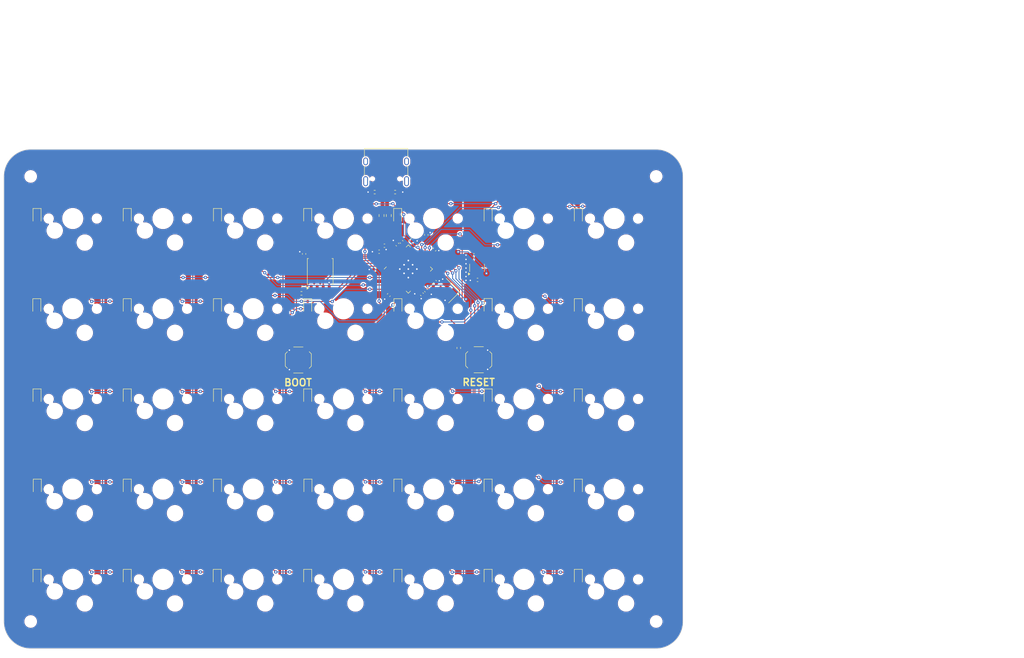
<source format=kicad_pcb>
(kicad_pcb (version 20240108) (generator "pcbnew") (generator_version "8.0")
  (layers (0 "F.Cu" signal) (31 "B.Cu" power) (34 "B.Paste" user) (35 "F.Paste" user) (36 "B.SilkS" user "B.Silkscreen") (37 "F.SilkS" user "F.Silkscreen") (38 "B.Mask" user) (39 "F.Mask" user) (44 "Edge.Cuts" user))
  (net 0 "")
  (net 1 "+3V3")
  (net 2 "GND")
  (net 3 "+1V1")
  (net 4 "VBUS")
  (net 5 "/XIN")
  (net 6 "/XOUT")
  (net 7 "/ROW_0")
  (net 8 "Net-(D1-A)")
  (net 9 "Net-(D2-A)")
  (net 10 "Net-(D3-A)")
  (net 11 "Net-(D4-A)")
  (net 12 "Net-(D5-A)")
  (net 13 "/ROW_1")
  (net 14 "Net-(D6-A)")
  (net 15 "Net-(D7-A)")
  (net 16 "Net-(D8-A)")
  (net 17 "Net-(D9-A)")
  (net 18 "Net-(D10-A)")
  (net 19 "/ROW_2")
  (net 20 "Net-(D11-A)")
  (net 21 "Net-(D12-A)")
  (net 22 "Net-(D13-A)")
  (net 23 "Net-(D14-A)")
  (net 24 "Net-(D15-A)")
  (net 25 "/ROW_3")
  (net 26 "Net-(D16-A)")
  (net 27 "Net-(D17-A)")
  (net 28 "Net-(D18-A)")
  (net 29 "Net-(D19-A)")
  (net 30 "Net-(D20-A)")
  (net 31 "/ROW_4")
  (net 32 "Net-(D21-A)")
  (net 33 "Net-(D22-A)")
  (net 34 "Net-(D23-A)")
  (net 35 "Net-(D24-A)")
  (net 36 "Net-(D25-A)")
  (net 37 "Net-(J1-CC1)")
  (net 38 "/USB_D+")
  (net 39 "/USB_D-")
  (net 41 "Net-(J1-CC2)")
  (net 43 "/~{USB_BOOT}")
  (net 44 "/COL_0")
  (net 45 "/COL_1")
  (net 46 "/COL_2")
  (net 47 "/COL_3")
  (net 48 "/COL_4")
  (net 49 "/QSPI_SD3")
  (net 50 "/QSPI_SCLK")
  (net 51 "/QSPI_SD0")
  (net 52 "/QSPI_SD2")
  (net 53 "/QSPI_SD1")
  (net 54 "/QSPI_SS")
  (net 55 "Net-(D26-A)")
  (net 56 "Net-(D27-A)")
  (net 57 "Net-(D28-A)")
  (net 58 "Net-(D29-A)")
  (net 59 "Net-(D30-A)")
  (net 60 "Net-(D31-A)")
  (net 61 "Net-(D32-A)")
  (net 62 "Net-(D33-A)")
  (net 63 "Net-(D34-A)")
  (net 64 "Net-(D35-A)")
  (net 65 "/COL_6")
  (net 66 "/COL_5")
  (net 82 "Net-(U2-USB_DM)")
  (net 83 "Net-(U2-USB_DP)")
  (net 84 "Net-(SW1-B)")
  (footprint "Capacitor_SMD:C_0402_1005Metric" (layer "F.Cu") (at 132.1308 73.5584 -135)
    (property "Reference" "C9" (hide yes))
    (property "Value" "100n")
  )
  (footprint "Diode_SMD:D_SOD-323" (layer "F.Cu") (at 57.8104 75.946 -90)
    (property "Reference" "D32" (hide yes))
    (property "Value" "D")
  )
  (footprint "Diode_SMD:D_SOD-323" (layer "F.Cu") (at 153.1112 56.896 -90)
    (property "Reference" "D6" (hide yes))
    (property "Value" "D")
  )
  (footprint "Package_TO_SOT_SMD:SOT-23-3" (layer "F.Cu") (at 150.777 67.8125 90)
    (property "Reference" "U3" (hide yes))
    (property "Value" "NCP1117-3.3_SOT223")
  )
  (footprint "Capacitor_SMD:C_0402_1005Metric" (layer "F.Cu") (at 141.1732 71.4756 -45)
    (property "Reference" "C10" (hide yes))
    (property "Value" "100n")
  )
  (footprint "Diode_SMD:D_SOD-323" (layer "F.Cu") (at 153.1112 94.996 -90)
    (property "Reference" "D8" (hide yes))
    (property "Value" "D")
  )
  (footprint "Diode_SMD:D_SOD-323" (layer "F.Cu") (at 134.0104 56.896 -90)
    (property "Reference" "D11" (hide yes))
    (property "Value" "D")
  )
  (footprint "Keebio-Parts.pretty-master:RP2040-QFN-56" (layer "F.Cu") (at 136.262998 68.073957 45)
    (property "Reference" "U2" (hide yes))
    (property "Value" "RP2040")
  )
  (footprint "Diode_SMD:D_SOD-323" (layer "F.Cu") (at 95.9612 75.946 -90)
    (property "Reference" "D22" (hide yes))
    (property "Value" "D")
  )
  (footprint "Capacitor_SMD:C_0402_1005Metric" (layer "F.Cu") (at 140.0556 60.8584 90)
    (property "Reference" "C16" (hide yes))
    (property "Value" "100n")
  )
  (footprint "Diode_SMD:D_SOD-323" (layer "F.Cu") (at 76.9112 56.896 -90)
    (property "Reference" "D26" (hide yes))
    (property "Value" "D")
  )
  (footprint "Capacitor_SMD:C_0402_1005Metric" (layer "F.Cu") (at 114.2492 64.8716 90)
    (property "Reference" "C4" (hide yes))
    (property "Value" "100n")
  )
  (footprint "Resistor_SMD:R_0402_1005Metric" (layer "F.Cu") (at 114.1984 71.6788 90)
    (property "Reference" "R4" (hide yes))
    (property "Value" "DNP_10k")
  )
  (footprint "Diode_SMD:D_SOD-323" (layer "F.Cu") (at 172.1612 94.996 -90)
    (property "Reference" "D3" (hide yes))
    (property "Value" "D")
  )
  (footprint "Diode_SMD:D_SOD-323" (layer "F.Cu") (at 172.1612 75.946 -90)
    (property "Reference" "D2" (hide yes))
    (property "Value" "D")
  )
  (footprint "Diode_SMD:D_SOD-323" (layer "F.Cu") (at 95.9104 133.096 -90)
    (property "Reference" "D25" (hide yes))
    (property "Value" "D")
  )
  (footprint "Capacitor_SMD:C_0402_1005Metric" (layer "F.Cu") (at 150.876 70.358 180)
    (property "Reference" "C8" (hide yes))
    (property "Value" "1u")
  )
  (footprint "Resistor_SMD:R_0603_1608Metric" (layer "F.Cu") (at 132.1308 56.769 90)
    (property "Reference" "R7" (hide yes))
    (property "Value" "27")
  )
  (footprint "MountingHole:MountingHole_2.2mm_M2" (layer "F.Cu") (at 188.595 142.494)
    (property "Reference" "H4" (hide yes))
    (property "Value" "MountingHole")
  )
  (footprint "MountingHole:MountingHole_2.2mm_M2" (layer "F.Cu") (at 56.515 48.514)
    (property "Reference" "H1" (hide yes))
    (property "Value" "MountingHole")
  )
  (footprint "Capacitor_SMD:C_0402_1005Metric" (layer "F.Cu") (at 140.0048 72.5932 -45)
    (property "Reference" "C15" (hide yes))
    (property "Value" "30p")
  )
  (footprint "Resistor_SMD:R_0402_1005Metric" (layer "F.Cu") (at 129.159 51.816 180)
    (property "Reference" "R3" (hide yes))
    (property "Value" "5k1")
  )
  (footprint "Diode_SMD:D_SOD-323" (layer "F.Cu") (at 134.0612 94.996 -90)
    (property "Reference" "D13" (hide yes))
    (property "Value" "D")
  )
  (footprint "Diode_SMD:D_SOD-323" (layer "F.Cu") (at 153.1112 114.046 -90)
    (property "Reference" "D9" (hide yes))
    (property "Value" "D")
  )
  (footprint "Capacitor_SMD:C_0402_1005Metric" (layer "F.Cu") (at 141.8844 70.7644 -45)
    (property "Reference" "C3" (hide yes))
    (property "Value" "100n")
  )
  (footprint "Diode_SMD:D_SOD-323" (layer "F.Cu") (at 76.9112 94.996 -90)
    (property "Reference" "D28" (hide yes))
    (property "Value" "D")
  )
  (footprint "Diode_SMD:D_SOD-323" (layer "F.Cu") (at 172.1612 114.046 -90)
    (property "Reference" "D4" (hide yes))
    (property "Value" "D")
  )
  (footprint "Resistor_SMD:R_0402_1005Metric" (layer "F.Cu") (at 146.9136 84.7344 -90)
    (property "Reference" "R1" (hide yes))
    (property "Value" "10k")
  )
  (footprint "Diode_SMD:D_SOD-323" (layer "F.Cu") (at 153.1112 133.096 -90)
    (property "Reference" "D10" (hide yes))
    (property "Value" "D")
  )
  (footprint "Diode_SMD:D_SOD-323" (layer "F.Cu") (at 76.9112 75.946 -90)
    (property "Reference" "D27" (hide yes))
    (property "Value" "D")
  )
  (footprint "Capacitor_SMD:C_0402_1005Metric" (layer "F.Cu") (at 139.1412 73.406 -45)
    (property "Reference" "C12" (hide yes))
    (property "Value" "30p")
  )
  (footprint "Diode_SMD:D_SOD-323" (layer "F.Cu") (at 115.0112 75.946 -90)
    (property "Reference" "D17" (hide yes))
    (property "Value" "D")
  )
  (footprint "Capacitor_SMD:C_0402_1005Metric" (layer "F.Cu") (at 136.6012 61.8744 -45)
    (property "Reference" "C14" (hide yes))
    (property "Value" "100n")
  )
  (footprint "Diode_SMD:D_SOD-323" (layer "F.Cu") (at 76.9112 133.096 -90)
    (property "Reference" "D30" (hide yes))
    (property "Value" "D")
  )
  (footprint "Diode_SMD:D_SOD-323" (layer "F.Cu") (at 115.0112 94.996 -90)
    (property "Reference" "D18" (hide yes))
    (property "Value" "D")
  )
  (footprint "Button_Switch_SMD:SW_Push_1P1T_XKB_TS-1187A" (layer "F.Cu") (at 151.13 87.2236 -90)
    (property "Reference" "SW1" (hide yes))
    (property "Value" "SW_SPST")
  )
  (footprint "MountingHole:MountingHole_2.2mm_M2" (layer "F.Cu") (at 188.595 48.514)
    (property "Reference" "H2" (hide yes))
    (property "Value" "MountingHole")
  )
  (footprint "Diode_SMD:D_SOD-323" (layer "F.Cu") (at 95.9612 114.046 -90)
    (property "Reference" "D24" (hide yes))
    (property "Value" "D")
  )
  (footprint "Crystal:Crystal_SMD_3225-4Pin_3.2x2.5mm" (layer "F.Cu") (at 144.526 72.644 135)
    (property "Reference" "Y1" (hide yes))
    (property "Value" "12MHz")
  )
  (footprint "Diode_SMD:D_SOD-323" (layer "F.Cu") (at 57.8612 56.896 -90)
    (property "Reference" "D31" (hide yes))
    (property "Value" "D")
  )
  (footprint "Diode_SMD:D_SOD-323" (layer "F.Cu") (at 134.0612 114.046 -90)
    (property "Reference" "D14" (hide yes))
    (property "Value" "D")
  )
  (footprint "Package_SO:SOIC-8_5.23x5.23mm_P1.27mm" (layer "F.Cu") (at 117.6528 68.58 90)
    (property "Reference" "U1" (hide yes))
    (property "Value" "W25Q128JVS")
  )
  (footprint "Capacitor_SMD:C_0402_1005Metric" (layer "F.Cu") (at 150.114 65.151 180)
    (property "Reference" "C5" (hide yes))
    (property "Value" "1u")
  )
  (footprint "MountingHole:MountingHole_2.2mm_M2" (layer "F.Cu") (at 56.515 142.494)
    (property "Reference" "H3" (hide yes))
    (property "Value" "MountingHole")
  )
  (footprint "Diode_SMD:D_SOD-323" (layer "F.Cu") (at 153.1112 75.912 -90)
    (property "Reference" "D7" (hide yes))
    (property "Value" "D")
  )
  (footprint "Diode_SMD:D_SOD-323" (layer "F.Cu") (at 57.8612 94.996 -90)
    (property "Reference" "D33" (hide yes))
    (property "Value" "D")
  )
  (footprint "Capacitor_SMD:C_0402_1005Metric" (layer "F.Cu") (at 141.7828 63.9572 45)
    (property "Reference" "C13" (hide yes))
    (property "Value" "100n")
  )
  (footprint "Diode_SMD:D_SOD-323" (layer "F.Cu") (at 172.1612 56.896 -90)
    (property "Reference" "D1" (hide yes))
    (property "Value" "D")
  )
  (footprint "Diode_SMD:D_SOD-323" (layer "F.Cu") (at 115.0112 56.896 -90)
    (property "Reference" "D16" (hide yes))
    (property "Value" "D")
  )
  (footprint "Connector_USB:USB_C_Receptacle_XKB_U262-16XN-4BVC11" (layer "F.Cu") (at 131.572 46.414 180)
    (property "Reference" "J1" (hide yes))
    (property "Value" "USB_C_Receptacle_USB2.0")
  )
  (footprint "Diode_SMD:D_SOD-323" (layer "F.Cu") (at 95.9612 94.996 -90)
    (property "Reference" "D23" (hide yes))
    (property "Value" "D")
  )
  (footprint "Diode_SMD:D_SOD-323" (layer "F.Cu") (at 95.9612 56.896 -90)
    (property "Reference" "D21" (hide yes))
    (property "Value" "D")
  )
  (footprint "Capacitor_SMD:C_0402_1005Metric" (layer "F.Cu") (at 130.0988 64.4144)
    (property "Reference" "C1" (hide yes))
    (property "Value" "100n")
  )
  (footprint "Capacitor_SMD:C_0402_1005Metric" (layer "F.Cu") (at 129.3876 68.1736 180)
    (property "Reference" "C7" (hide yes))
    (property "Value" "100n")
  )
  (footprint "Resistor_SMD:R_0603_1608Metric" (layer "F.Cu") (at 130.6068 56.769 90)
    (property "Reference" "R6" (hide yes))
    (property "Value" "27")
  )
  (footprint "Diode_SMD:D_SOD-323" (layer "F.Cu") (at 134.0612 133.096 -90)
    (property "Reference" "D15" (hide yes))
    (property "Value" "D")
  )
  (footprint "Diode_SMD:D_SOD-323" (layer "F.Cu") (at 115.062 114.046 -90)
    (property "Reference" "D19" (hide yes))
    (property "Value" "D")
  )
  (footprint "Capacitor_SMD:C_0402_1005Metric" (layer "F.Cu") (at 134.8232 62.3316 135)
    (property "Reference" "C11" (hide yes))
    (property "Value" "1u")
  )
  (footprint "Diode_SMD:D_SOD-323" (layer "F.Cu") (at 76.9112 114.046 -90)
    (property "Reference" "D29" (hide yes))
    (property "Value" "D")
  )
  (footprint "Diode_SMD:D_SOD-323" (layer "F.Cu") (at 134.0612 75.946 -90)
    (property "Reference" "D12" (hide yes))
    (property "Value" "D")
  )
  (footprint "Diode_SMD:D_SOD-323" (layer "F.Cu") (at 57.912 114.046 -90)
    (property "Reference" "D34" (hide yes))
    (property "Value" "D")
  )
  (footprint "Capacitor_SMD:C_0402_1005Metric" (layer "F.Cu") (at 131.2164 63.1444 180)
    (property "Reference" "C6" (hide yes))
    (property "Value" "100n")
  )
  (footprint "Button_Switch_SMD:SW_Push_1P1T_XKB_TS-1187A" (layer "F.Cu") (at 113.03 87.2744 -90)
    (property "Reference" "SW2" (hide yes))
    (property "Value" "SW_SPST")
  )
  (footprint "Resistor_SMD:R_0402_1005Metric" (layer "F.Cu") (at 133.477 51.816)
    (property "Reference" "R2" (hide yes))
    (property "Value" "5k1")
  )
  (footprint "Diode_SMD:D_SOD-323" (layer "F.Cu") (at 57.8612 133.096 -90)
    (property "Reference" "D35" (hide yes))
    (property "Value" "D")
  )
  (footprint "Diode_SMD:D_SOD-323" (layer "F.Cu") (at 115.0112 133.096 -90)
    (property "Reference" "D20" (hide yes))
    (property "Value" "D")
  )
  (footprint "Resistor_SMD:R_0402_1005Metric" (layer "F.Cu") (at 113.6904 73.2028)
    (property "Reference" "R5" (hide yes))
    (property "Value" "1k")
  )
  (footprint "Diode_SMD:D_SOD-323" (layer "F.Cu") (at 172.1612 133.096 -90)
    (property "Reference" "D5" (hide yes))
    (property "Value" "D")
  )
  (footprint "Capacitor_SMD:C_0402_1005Metric" (layer "F.Cu") (at 133.9596 62.8904 135)
    (property "Reference" "C2" (hide yes))
    (property "Value" "1u")
  )
  (footprint "hotswap_socket_symbol:Kailh_socket_MX" (layer "B.Cu") (at 103.505 57.404)
    (property "Reference" "SW23" (hide yes))
    (property "Value" "KEY_4_03")
  )
  (footprint "hotswap_socket_symbol:Kailh_socket_MX" (layer "B.Cu") (at 65.405 114.554)
    (property "Reference" "SW36" (hide yes))
    (property "Value" "KEY_4_03")
  )
  (footprint "hotswap_socket_symbol:Kailh_socket_MX" (layer "B.Cu") (at 179.705001 57.404)
    (property "Reference" "SW3" (hide yes))
    (property "Value" "KEY_1_00")
  )
  (footprint "hotswap_socket_symbol:Kailh_socket_MX" (layer "B.Cu") (at 103.505 114.554)
    (property "Reference" "SW26" (hide yes))
    (property "Value" "KEY_4_03")
  )
  (footprint "hotswap_socket_symbol:Kailh_socket_MX" (layer "B.Cu") (at 141.605 95.504)
    (property "Reference" "SW15" (hide yes))
    (property "Value" "KEY_11_22")
  )
  (footprint "hotswap_socket_symbol:Kailh_socket_MX" (layer "B.Cu") (at 141.605 114.554)
    (property "Reference" "SW16" (hide yes))
    (property "Value" "KEY_11_22")
  )
  (footprint "hotswap_socket_symbol:Kailh_socket_MX" (layer "B.Cu") (at 160.655 133.604)
    (property "Reference" "SW12" (hide yes))
    (property "Value" "KEY_10_21")
  )
  (footprint "hotswap_socket_symbol:Kailh_socket_MX" (layer "B.Cu") (at 103.505 133.604)
    (property "Reference" "SW27" (hide yes))
    (property "Value" "KEY_4_03")
  )
  (footprint "hotswap_socket_symbol:Kailh_socket_MX" (layer "B.Cu") (at 179.705 114.554)
    (property "Reference" "SW6" (hide yes))
    (property "Value" "KEY_9_20")
  )
  (footprint "hotswap_socket_symbol:Kailh_socket_MX" (layer "B.Cu") (at 160.655 114.554)
    (property "Reference" "SW11" (hide yes))
    (property "Value" "KEY_10_21")
  )
  (footprint "hotswap_socket_symbol:Kailh_socket_MX" (layer "B.Cu") (at 84.455 95.504)
    (property "Reference" "SW30" (hide yes))
    (property "Value" "KEY_12_23")
  )
  (footprint "hotswap_socket_symbol:Kailh_socket_MX" (layer "B.Cu") (at 65.405 95.504)
    (property "Reference" "SW35" (hide yes))
    (property "Value" "KEY_4_03")
  )
  (footprint "hotswap_socket_symbol:Kailh_socket_MX" (layer "B.Cu") (at 103.505 76.454)
    (property "Reference" "SW24" (hide yes))
    (property "Value" "KEY_4_03")
  )
  (footprint "hotswap_socket_symbol:Kailh_socket_MX" (layer "B.Cu") (at 179.705001 76.454)
    (property "Reference" "SW4" (hide yes))
    (property "Value" "KEY_5_10")
  )
  (footprint "hotswap_socket_symbol:Kailh_socket_MX" (layer "B.Cu") (at 65.405 76.454)
    (property "Reference" "SW34" (hide yes))
    (property "Value" "KEY_4_03")
  )
  (footprint "hotswap_socket_symbol:Kailh_socket_MX" (layer "B.Cu") (at 122.555 95.504)
    (property "Reference" "SW20" (hide yes))
    (property "Value" "KEY_12_23")
  )
  (footprint "hotswap_socket_symbol:Kailh_socket_MX" (layer "B.Cu") (at 122.555 57.404)
    (property "Reference" "SW18" (hide yes))
    (property "Value" "KEY_4_03")
  )
  (footprint "hotswap_socket_symbol:Kailh_socket_MX" (layer "B.Cu") (at 84.455 57.404)
    (property "Reference" "SW28" (hide yes))
    (property "Value" "KEY_4_03")
  )
  (footprint "hotswap_socket_symbol:Kailh_socket_MX" (layer "B.Cu") (at 103.505 95.504)
    (property "Reference" "SW25" (hide yes))
    (property "Value" "KEY_4_03")
  )
  (footprint "hotswap_socket_symbol:Kailh_socket_MX" (layer "B.Cu") (at 122.555 114.554)
    (property "Reference" "SW21" (hide yes))
    (property "Value" "KEY_12_23")
  )
  (footprint "hotswap_socket_symbol:Kailh_socket_MX" (layer "B.Cu") (at 65.405 133.604)
    (property "Reference" "SW37" (hide yes))
    (property "Value" "KEY_4_03")
  )
  (footprint "hotswap_socket_symbol:Kailh_socket_MX" (layer "B.Cu") (at 84.455 114.554)
    (property "Reference" "SW31" (hide yes))
    (property "Value" "KEY_12_23")
  )
  (footprint "hotswap_socket_symbol:Kailh_socket_MX" (layer "B.Cu") (at 122.555 76.454)
    (property "Reference" "SW19" (hide yes))
    (property "Value" "KEY_8_13")
  )
  (footprint "hotswap_socket_symbol:Kailh_socket_MX" (layer "B.Cu") (at 141.605 57.404)
    (property "Reference" "SW13" (hide yes))
    (property "Value" "KEY_3_02")
  )
  (footprint "hotswap_socket_symbol:Kailh_socket_MX" (layer "B.Cu") (at 122.555 133.604)
    (property "Reference" "SW22" (hide yes))
    (property "Value" "KEY_12_23")
  )
  (footprint "hotswap_socket_symbol:Kailh_socket_MX" (layer "B.Cu") (at 84.455 133.604)
    (property "Reference" "SW32" (hide yes))
    (property "Value" "KEY_12_23")
  )
  (footprint "hotswap_socket_symbol:Kailh_socket_MX" (layer "B.Cu") (at 65.405 57.404)
    (property "Reference" "SW33" (hide yes))
    (property "Value" "KEY_4_03")
  )
  (footprint "hotswap_socket_symbol:Kailh_socket_MX" (layer "B.Cu") (at 179.705 95.504)
    (property "Reference" "SW5" (hide yes))
    (property "Value" "KEY_9_20")
  )
  (footprint "hotswap_socket_symbol:Kailh_socket_MX" (layer "B.Cu") (at 160.655 95.504)
    (property "Reference" "SW10" (hide yes))
    (property "Value" "KEY_10_21")
  )
  (footprint "hotswap_socket_symbol:Kailh_socket_MX" (layer "B.Cu") (at 160.655 76.454)
    (property "Reference" "SW9" (hide yes))
    (property "Value" "KEY_6_11")
  )
  (footprint "hotswap_socket_symbol:Kailh_socket_MX" (layer "B.Cu") (at 84.455 76.454)
    (property "Reference" "SW29" (hide yes))
    (property "Value" "KEY_8_13")
  )
  (footprint "hotswap_socket_symbol:Kailh_socket_MX" (layer "B.Cu") (at 141.605 133.604)
    (property "Reference" "SW17" (hide yes))
    (property "Value" "KEY_11_22")
  )
  (footprint "hotswap_socket_symbol:Kailh_socket_MX" (layer "B.Cu") (at 160.655 57.404)
    (property "Reference" "SW8" (hide yes))
    (property "Value" "KEY_2_01")
  )
  (footprint "hotswap_socket_symbol:Kailh_socket_MX" (layer "B.Cu") (at 179.705 133.604)
    (property "Reference" "SW7" (hide yes))
    (property "Value" "KEY_9_20")
  )
  (footprint "hotswap_socket_symbol:Kailh_socket_MX" (layer "B.Cu") (at 141.605 76.454)
    (property "Reference" "SW14" (hide yes))
    (property "Value" "KEY_7_12")
  )
  (gr_arc (start 56.555 148.183618) (mid 52.538904 146.520096) (end 50.875382 142.504) (stroke (width 0.1)) (layer "Edge.Cuts"))
  (gr_line (start 194.234618 48.504) (end 194.234618 142.504) (stroke (width 0.1)) (layer "Edge.Cuts"))
  (gr_line (start 188.555 42.824382) (end 56.555 42.824382) (stroke (width 0.1)) (layer "Edge.Cuts"))
  (gr_line (start 56.555 148.183618) (end 188.555 148.183618) (stroke (width 0.1)) (layer "Edge.Cuts"))
  (gr_arc (start 194.234618 142.504) (mid 192.571096 146.520096) (end 188.555 148.183618) (stroke (width 0.1)) (layer "Edge.Cuts"))
  (gr_arc (start 50.875382 48.504) (mid 52.538904 44.487904) (end 56.555 42.824382) (stroke (width 0.1)) (layer "Edge.Cuts"))
  (gr_arc (start 188.555 42.824382) (mid 192.571096 44.487904) (end 194.234618 48.504) (stroke (width 0.1)) (layer "Edge.Cuts"))
  (gr_line (start 50.875382 48.504) (end 50.875382 142.504) (stroke (width 0.1)) (layer "Edge.Cuts"))
  (gr_text "BOOT" (at 109.8804 92.9132 0) (layer "F.SilkS") (effects (font (size 1.5 1.5) (thickness 0.3) (bold yes)) (justify left bottom)))
  (gr_text "RESET" (at 147.5232 92.8624 0) (layer "F.SilkS") (effects (font (size 1.5 1.5) (thickness 0.3) (bold yes)) (justify left bottom)))
  (segment (start 151.356 72.063024) (end 151.356 70.358) (width 0.2) (layer "F.Cu") (net 1))
  (segment (start 146.466 64.7604) (end 141.907178 64.7604) (width 0.2) (layer "F.Cu") (net 1))
  (segment (start 131.501282 68.1736) (end 129.8676 68.1736) (width 0.2) (layer "F.Cu") (net 1))
  (segment (start 138.835099 70.363215) (end 139.439484 70.9676) (width 0.2) (layer "F.Cu") (net 1))
  (segment (start 140.326658 71.653789) (end 140.326658 71.64332) (width 0.2) (layer "F.Cu") (net 1))
  (segment (start 148.997024 74.422) (end 151.356 72.063024) (width 0.2) (layer "F.Cu") (net 1))
  (segment (start 148.4376 74.422) (end 148.997024 74.422) (width 0.2) (layer "F.Cu") (net 1))
  (segment (start 131.993841 68.666159) (end 131.501282 68.1736) (width 0.2) (layer "F.Cu") (net 1))
  (segment (start 152.7556 68.9864) (end 152.7556 69.4436) (width 0.2) (layer "F.Cu") (net 1))
  (segment (start 151.8412 70.358) (end 151.356 70.358) (width 0.2) (layer "F.Cu") (net 1))
  (segment (start 132.1816 63.1444) (end 131.6964 63.1444) (width 0.2) (layer "F.Cu") (net 1))
  (segment (start 140.326658 71.64332) (end 140.833789 71.136189) (width 0.2) (layer "F.Cu") (net 1))
  (segment (start 146.7866 64.4398) (end 146.466 64.7604) (width 0.2) (layer "F.Cu") (net 1))
  (segment (start 134.9756 63.3984) (end 135.162611 63.211389) (width 0.2) (layer "F.Cu") (net 1))
  (segment (start 137.8204 62.8396) (end 138.2776 62.8396) (width 0.2) (layer "F.Cu") (net 1))
  (segment (start 131.6964 63.218) (end 133.97374 65.49534) (width 0.2) (layer "F.Cu") (net 1))
  (segment (start 141.443389 64.296611) (end 139.400784 66.339216) (width 0.2) (layer "F.Cu") (net 1))
  (segment (start 134.9756 63.67529) (end 134.9756 63.3984) (width 0.2) (layer "F.Cu") (net 1))
  (segment (start 134.256213 65.219013) (end 132.1816 63.1444) (width 0.2) (layer "F.Cu") (net 1))
  (segment (start 136.0932 63.382396) (end 136.0932 61.703578) (width 0.2) (layer "F.Cu") (net 1))
  (segment (start 132.470211 73.218989) (end 132.532179 73.218989) (width 0.2) (layer "F.Cu") (net 1))
  (segment (start 139.439484 70.9676) (end 140.6652 70.9676) (width 0.2) (layer "F.Cu") (net 1))
  (segment (start 134.256583 65.219013) (end 134.256213 65.219013) (width 0.2) (layer "F.Cu") (net 1))
  (segment (start 135.670796 63.8048) (end 136.0932 63.382396) (width 0.2) (layer "F.Cu") (net 1))
  (segment (start 133.97374 65.49534) (end 133.97374 65.501856) (width 0.2) (layer "F.Cu") (net 1))
  (segment (start 136.8552 63.8048) (end 137.8204 62.8396) (width 0.2) (layer "F.Cu") (net 1))
  (segment (start 136.0932 61.703578) (end 136.261789 61.534989) (width 0.2) (layer "F.Cu") (net 1))
  (segment (start 139.7788 61.3384) (end 140.0556 61.3384) (width 0.2) (layer "F.Cu") (net 1))
  (segment (start 135.162611 63.211389) (end 135.162611 62.671011) (width 0.2) (layer "F.Cu") (net 1))
  (segment (start 138.2776 62.8396) (end 139.7788 61.3384) (width 0.2) (layer "F.Cu") (net 1))
  (segment (start 135.387953 64.087643) (end 134.9756 63.67529) (width 0.2) (layer "F.Cu") (net 1))
  (segment (start 131.6964 63.1444) (end 131.6964 63.218) (width 0.2) (layer "F.Cu") (net 1))
  (segment (start 140.6652 70.9676) (end 140.833789 71.136189) (width 0.2) (layer "F.Cu") (net 1))
  (segment (start 132.532179 73.218989) (end 134.539425 71.211743) (width 0.2) (layer "F.Cu") (net 1))
  (segment (start 152.7556 69.4436) (end 151.8412 70.358) (width 0.2) (layer "F.Cu") (net 1))
  (segment (start 141.907178 64.7604) (end 141.443389 64.296611) (width 0.2) (layer "F.Cu") (net 1))
  (via (at 152.7556 68.9864) (size 0.7) (drill 0.3) (layers "F.Cu" "B.Cu") (net 1))
  (via (at 146.7866 64.4398) (size 0.7) (drill 0.3) (layers "F.Cu" "B.Cu") (net 1))
  (via (at 140.326658 71.653789) (size 0.7) (drill 0.3) (layers "F.Cu" "B.Cu") (net 1))
  (via (at 148.4376 74.422) (size 0.7) (drill 0.3) (layers "F.Cu" "B.Cu") (net 1))
  (segment (start 152.7556 68.330093) (end 152.7556 68.9864) (width 0.2) (layer "B.Cu") (net 1))
  (segment (start 145.288 71.4756) (end 148.2344 74.422) (width 0.2) (layer "B.Cu") (net 1))
  (segment (start 140.504847 71.4756) (end 145.288 71.4756) (width 0.2) (layer "B.Cu") (net 1))
  (segment (start 146.7866 64.4398) (end 148.865307 64.4398) (width 0.2) (layer "B.Cu") (net 1))
  (segment (start 148.865307 64.4398) (end 152.7556 68.330093) (width 0.2) (layer "B.Cu") (net 1))
  (segment (start 140.326658 71.653789) (end 140.504847 71.4756) (width 0.2) (layer "B.Cu") (net 1))
  (segment (start 148.2344 74.422) (end 148.4376 74.422) (width 0.2) (layer "B.Cu") (net 1))
  (segment (start 144.018 74.676) (end 144.049635 74.676) (width 0.2) (layer "F.Cu") (net 2))
  (segment (start 133.620189 62.550989) (end 133.096 62.0268) (width 0.2) (layer "F.Cu") (net 2))
  (segment (start 138.039789 62.213811) (end 136.940611 62.213811) (width 0.2) (layer "F.Cu") (net 2))
  (segment (start 142.256189 71.103811) (end 142.223811 71.103811) (width 0.2) (layer "F.Cu") (net 2))
  (segment (start 113.3576 64.3916) (end 113.3348 64.4144) (width 0.2) (layer "F.Cu") (net 2))
  (segment (start 111.1504 84.279) (end 111.155 84.2744) (width 0.2) (layer "F.Cu") (net 2))
  (segment (start 111.1504 85.1916) (end 111.1504 84.279) (width 0.2) (layer "F.Cu") (net 2))
  (segment (start 128.649001 51.816) (end 128.522 51.688999) (width 0.3) (layer "F.Cu") (net 2))
  (segment (start 141.1224 73.406) (end 140.8176 73.406) (width 0.2) (layer "F.Cu") (net 2))
  (segment (start 119.5578 72.18) (end 119.5578 70.9422) (width 0.2) (layer "F.Cu") (net 2))
  (segment (start 144.049635 74.676) (end 144.702777 74.022858) (width 0.2) (layer "F.Cu") (net 2))
  (segment (start 128.522 51.688999) (end 128.522 50.084) (width 0.3) (layer "F.Cu") (net 2))
  (segment (start 143.51 70.196) (end 144.349223 71.035223) (width 0.2) (layer "F.Cu") (net 2))
  (segment (start 128.649001 51.816) (end 127.762 51.816) (width 0.3) (layer "F.Cu") (net 2))
  (segment (start 131.791389 73.897811) (end 131.2672 74.422) (width 0.2) (layer "F.Cu") (net 2))
  (segment (start 138.3284 72.5932) (end 138.3284 71.553572) (width 0.2) (layer "F.Cu") (net 2))
  (segment (start 138.9888 74.3204) (end 139.480611 73.828589) (width 0.2) (layer "F.Cu") (net 2))
  (segment (start 128.222 50.084) (end 128.522 50.084) (width 0.3) (layer "F.Cu") (net 2))
  (segment (start 153.0096 89.2556) (end 153.0096 90.219) (width 0.2) (layer "F.Cu") (net 2))
  (segment (start 134.622 51.181) (end 134.622 50.084) (width 0.3) (layer "F.Cu") (net 2))
  (segment (start 139.480611 73.828589) (end 139.480611 73.745411) (width 0.2) (layer "F.Cu") (net 2))
  (segment (start 128.9076 68.1736) (end 128.016 68.1736) (width 0.2) (layer "F.Cu") (net 2))
  (segment (start 153.0096 90.219) (end 153.005 90.2236) (width 0.2) (layer "F.Cu") (net 2))
  (segment (start 153.0096 84.2282) (end 153.005 84.2236) (width 0.2) (layer "F.Cu") (net 2))
  (segment (start 142.6972 64.1604) (end 142.664822 64.1604) (width 0.2) (layer "F.Cu") (net 2))
  (segment (start 140.8176 73.406) (end 140.344211 72.932611) (width 0.2) (layer "F.Cu") (net 2))
  (segment (start 153.0096 85.1916) (end 153.0096 84.2282) (width 0.2) (layer "F.Cu") (net 2))
  (segment (start 140.8404 60.3784) (end 140.8684 60.3504) (width 0.2) (layer "F.Cu") (net 2))
  (segment (start 138.1252 62.1284) (end 138.039789 62.213811) (width 0.2) (layer "F.Cu") (net 2))
  (segment (start 142.664822 64.1604) (end 142.122211 63.617789) (width 0.2) (layer "F.Cu") (net 2))
  (segment (start 114.2492 64.3916) (end 113.3576 64.3916) (width 0.2) (layer "F.Cu") (net 2))
  (segment (start 133.987 51.816) (end 134.622 51.181) (width 0.3) (layer "F.Cu") (net 2))
  (segment (start 111.1504 90.2698) (end 111.155 90.2744) (width 0.2) (layer "F.Cu") (net 2))
  (segment (start 137.6172 73.3044) (end 138.3284 72.5932) (width 0.2) (layer "F.Cu") (net 2))
  (segment (start 131.5492 63.9572) (end 130.7364 63.1444) (width 0.2) (layer "F.Cu") (net 2))
  (segment (start 140.0556 60.3784) (end 140.8404 60.3784) (width 0.2) (layer "F.Cu") (net 2))
  (segment (start 133.620189 62.550989) (end 134.178989 61.992189) (width 0.2) (layer "F.Cu") (net 2))
  (segment (start 131.572 63.9572) (end 131.5492 63.9572) (width 0.2) (layer "F.Cu") (net 2))
  (segment (start 138.3284 71.553572) (end 137.986571 71.211743) (width 0.2) (layer "F.Cu") (net 2))
  (segment (start 129.6188 64.4144) (end 128.6764 64.4144) (width 0.2) (layer "F.Cu") (net 2))
  (segment (start 133.987 51.816) (end 135.0772 51.816) (width 0.3) (layer "F.Cu") (net 2))
  (segment (start 142.7988 70.5612) (end 142.256189 71.103811) (width 0.2) (layer "F.Cu") (net 2))
  (segment (start 134.622 50.084) (end 134.922 50.084) (width 0.3) (layer "F.Cu") (net 2))
  (segment (start 134.178989 61.992189) (end 134.483789 61.992189) (width 0.2) (layer "F.Cu") (net 2))
  (segment (start 119.5578 70.9422) (end 119.5324 70.9168) (width 0.2) (layer "F.Cu") (net 2))
  (segment (start 141.512611 71.815011) (end 142.223811 71.103811) (width 0.2) (layer "F.Cu") (net 2))
  (segment (start 111.1504 89.3064) (end 111.1504 90.2698) (width 0.2) (layer "F.Cu") (net 2))
  (segment (start 144.349223 71.035223) (end 144.349223 71.265142) (width 0.2) (layer "F.Cu") (net 2))
  (via (at 142.6972 64.1604) (size 0.7) (drill 0.3) (layers "F.Cu" "B.Cu") (net 2))
  (via (at 133.096 62.0268) (size 0.7) (drill 0.3) (layers "F.Cu" "B.Cu") (net 2))
  (via (at 138.1252 62.1284) (size 0.7) (drill 0.3) (layers "F.Cu" "B.Cu") (net 2))
  (via (at 143.51 70.196) (size 0.7) (drill 0.3) (layers "F.Cu" "B.Cu") (net 2))
  (via (at 119.5324 70.9168) (size 0.7) (drill 0.3) (layers "F.Cu" "B.Cu") (net 2))
  (via (at 111.1504 85.1916) (size 0.7) (drill 0.3) (layers "F.Cu" "B.Cu") (net 2))
  (via (at 135.0772 51.816) (size 0.7) (drill 0.3) (layers "F.Cu" "B.Cu") (net 2))
  (via (at 148.4376 70.4596) (size 0.7) (drill 0.3) (layers "F.Cu" "B.Cu") (net 2))
  (via (at 153.0096 89.2556) (size 0.7) (drill 0.3) (layers "F.Cu" "B.Cu") (net 2))
  (via (at 144.018 74.676) (size 0.7) (drill 0.3) (layers "F.Cu" "B.Cu") (net 2))
  (via (at 111.1504 89.3064) (size 0.7) (drill 0.3) (layers "F.Cu" "B.Cu") (net 2))
  (via (at 148.4376 65.1256) (size 0.7) (drill 0.3) (layers "F.Cu" "B.Cu") (net 2))
  (via (at 148.4376 68.7324) (size 0.7) (drill 0.3) (layers "F.Cu" "B.Cu") (net 2))
  (via (at 153.0096 85.1916) (size 0.7) (drill 0.3) (layers "F.Cu" "B.Cu") (net 2))
  (via (at 140.8684 60.3504) (size 0.7) (drill 0.3) (layers "F.Cu" "B.Cu") (net 2))
  (via (at 148.4376 66.9544) (size 0.7) (drill 0.3) (layers "F.Cu" "B.Cu") (net 2))
  (via (at 127.762 51.816) (size 0.7) (drill 0.3) (layers "F.Cu" "B.Cu") (net 2))
  (via (at 148.4376 69.6468) (size 0.7) (drill 0.3) (layers "F.Cu" "B.Cu") (net 2))
  (via (at 138.9888 74.3204) (size 0.7) (drill 0.3) (layers "F.Cu" "B.Cu") (net 2))
  (via (at 113.3348 64.4144) (size 0.7) (drill 0.3) (layers "F.Cu" "B.Cu") (net 2))
  (via (at 141.1224 73.406) (size 0.7) (drill 0.3) (layers "F.Cu" "B.Cu") (net 2))
  (via (at 128.016 68.1736) (size 0.7) (drill 0.3) (layers "F.Cu" "B.Cu") (net 2))
  (via (at 137.6172 73.3044) (size 0.7) (drill 0.3) (layers "F.Cu" "B.Cu") (net 2))
  (via (at 148.4376 66.04) (size 0.7) (drill 0.3) (layers "F.Cu" "B.Cu") (net 2))
  (via (at 131.2672 74.422) (size 0.7) (drill 0.3) (layers "F.Cu" "B.Cu") (net 2))
  (via (at 142.7988 70.5612) (size 0.7) (drill 0.3) (layers "F.Cu" "B.Cu") (net 2))
  (via (at 131.572 63.9572) (size 0.7) (drill 0.3) (layers "F.Cu" "B.Cu") (net 2))
  (via (at 148.4376 67.8688) (size 0.7) (drill 0.3) (layers "F.Cu" "B.Cu") (net 2))
  (via (at 128.6764 64.4144) (size 0.7) (drill 0.3) (layers "F.Cu" "B.Cu") (net 2))
  (via (at 149.352 70.4596) (size 0.7) (drill 0.3) (layers "F.Cu" "B.Cu") (net 2))
  (segment (start 139.117942 70.080372) (end 139.54797 70.5104) (width 0.2) (layer "F.Cu") (net 3))
  (segment (start 133.690897 65.784699) (end 133.690897 65.822097) (width 0.2) (layer "F.Cu") (net 3))
  (segment (start 139.117942 70.080372) (end 139.117572 70.080372) (width 0.2) (layer "F.Cu") (net 3))
  (segment (start 141.459578 70.5104) (end 141.544989 70.424989) (width 0.2) (layer "F.Cu") (net 3))
  (segment (start 139.54797 70.5104) (end 141.459578 70.5104) (width 0.2) (layer "F.Cu") (net 3))
  (segment (start 130.7312 64.5668) (end 132.472998 64.5668) (width 0.2) (layer "F.Cu") (net 3))
  (segment (start 134.299011 63.564385) (end 135.105111 64.370485) (width 0.2) (layer "F.Cu") (net 3))
  (segment (start 139.117572 70.080372) (end 138.2776 69.2404) (width 0.2) (layer "F.Cu") (net 3))
  (segment (start 130.5788 64.4144) (end 130.7312 64.5668) (width 0.2) (layer "F.Cu") (net 3))
  (segment (start 135.105111 64.391511) (end 135.89 65.1764) (width 0.2) (layer "F.Cu") (net 3))
  (segment (start 135.105111 64.370485) (end 135.105111 64.391511) (width 0.2) (layer "F.Cu") (net 3))
  (segment (start 133.690897 65.822097) (end 134.4676 66.5988) (width 0.2) (layer "F.Cu") (net 3))
  (segment (start 132.472998 64.5668) (end 133.690897 65.784699) (width 0.2) (layer "F.Cu") (net 3))
  (segment (start 133.690897 65.771297) (end 133.690897 65.784699) (width 0.2) (layer "F.Cu") (net 3))
  (segment (start 134.299011 63.229811) (end 134.299011 63.564385) (width 0.2) (layer "F.Cu") (net 3))
  (segment (start 130.683 48.006) (end 132.423695 48.006) (width 0.3) (layer "F.Cu") (net 4))
  (segment (start 129.322 50.084) (end 129.322 49.367) (width 0.3) (layer "F.Cu") (net 4))
  (segment (start 132.423695 48.006) (end 133.822 49.404305) (width 0.3) (layer "F.Cu") (net 4))
  (segment (start 133.822 49.404305) (end 133.822 50.084) (width 0.3) (layer "F.Cu") (net 4))
  (segment (start 129.022 50.084) (end 129.322 50.084) (width 0.3) (layer "F.Cu") (net 4))
  (segment (start 133.822 50.084) (end 134.122 50.084) (width 0.3) (layer "F.Cu") (net 4))
  (segment (start 129.322 49.367) (end 130.683 48.006) (width 0.3) (layer "F.Cu") (net 4))
  (segment (start 138.269413 70.928901) (end 138.8872 71.546688) (width 0.2) (layer "F.Cu") (net 5))
  (segment (start 144.349223 72.820777) (end 145.904858 72.820777) (width 0.2) (layer "F.Cu") (net 5))
  (segment (start 139.57756 73.0504) (end 140.59356 74.0664) (width 0.2) (layer "F.Cu") (net 5))
  (segment (start 138.817978 73.0504) (end 139.57756 73.0504) (width 0.2) (layer "F.Cu") (net 5))
  (segment (start 140.59356 74.0664) (end 143.1036 74.0664) (width 0.2) (layer "F.Cu") (net 5))
  (segment (start 143.1036 74.0664) (end 144.349223 72.820777) (width 0.2) (layer "F.Cu") (net 5))
  (segment (start 138.8872 72.981178) (end 138.801789 73.066589) (width 0.2) (layer "F.Cu") (net 5))
  (segment (start 138.8872 71.546688) (end 138.8872 72.981178) (width 0.2) (layer "F.Cu") (net 5))
  (segment (start 138.801789 73.066589) (end 138.817978 73.0504) (width 0.2) (layer "F.Cu") (net 5))
  (segment (start 138.552256 70.646058) (end 139.2372 71.331002) (width 0.2) (layer "F.Cu") (net 6))
  (segment (start 139.2372 71.8256) (end 139.665389 72.253789) (width 0.2) (layer "F.Cu") (net 6))
  (segment (start 141.5288 72.9488) (end 142.665565 72.9488) (width 0.2) (layer "F.Cu") (net 6))
  (segment (start 140.833789 72.253789) (end 141.5288 72.9488) (width 0.2) (layer "F.Cu") (net 6))
  (segment (start 139.2372 71.331002) (end 139.2372 71.8256) (width 0.2) (layer "F.Cu") (net 6))
  (segment (start 139.665389 72.253789) (end 140.833789 72.253789) (width 0.2) (layer "F.Cu") (net 6))
  (segment (start 142.665565 72.9488) (end 143.147142 72.467223) (width 0.2) (layer "F.Cu") (net 6))
  (segment (start 95.9612 55.846) (end 97.4512 54.356) (width 0.2) (layer "F.Cu") (net 7))
  (segment (start 170.18 53.848) (end 172.1612 55.8292) (width 0.2) (layer "F.Cu") (net 7))
  (segment (start 134.0104 55.2196) (end 134.0104 55.846) (width 0.2) (layer "F.Cu") (net 7))
  (segment (start 132.9944 54.2544) (end 134.0104 55.2704) (width 0.2) (layer "F.Cu") (net 7))
  (segment (start 113.5212 54.356) (end 115.0112 55.846) (width 0.2) (layer "F.Cu") (net 7))
  (segment (start 134.7892 55.846) (end 134.0104 55.846) (width 0.2) (layer "F.Cu") (net 7))
  (segment (start 172.1612 55.8292) (end 172.1612 55.846) (width 0.2) (layer "F.Cu") (net 7))
  (segment (start 134.9756 54.2544) (end 134.0104 55.2196) (width 0.2) (layer "F.Cu") (net 7))
  (segment (start 97.4512 54.356) (end 113.5212 54.356) (width 0.2) (layer "F.Cu") (net 7))
  (segment (start 135.2804 56.3372) (end 134.7892 55.846) (width 0.2) (layer "F.Cu") (net 7))
  (segment (start 57.8612 55.846) (end 59.3512 54.356) (width 0.2) (layer "F.Cu") (net 7))
  (segment (start 153.1112 55.846) (end 154.7028 54.2544) (width 0.2) (layer "F.Cu") (net 7))
  (segment (start 135.2804 56.5404) (end 135.2804 56.3372) (width 0.2) (layer "F.Cu") (net 7))
  (segment (start 116.552 54.3052) (end 129.4892 54.3052) (width 0.2) (layer "F.Cu") (net 7))
  (segment (start 75.4212 54.356) (end 76.9112 55.846) (width 0.2) (layer "F.Cu") (net 7))
  (segment (start 145.2372 54.2544) (end 134.9756 54.2544) (width 0.2) (layer "F.Cu") (net 7))
  (segment (start 76.9112 55.846) (end 78.4012 54.356) (width 0.2) (layer "F.Cu") (net 7))
  (segment (start 138.59691 64.891516) (end 138.269413 65.219013) (width 0.2) (layer "F.Cu") (net 7))
  (segment (start 115.0112 55.846) (end 116.552 54.3052) (width 0.2) (layer "F.Cu") (net 7))
  (segment (start 134.0104 55.2704) (end 134.0104 55.846) (width 0.2) (layer "F.Cu") (net 7))
  (segment (start 78.4012 54.356) (end 94.4712 54.356) (width 0.2) (layer "F.Cu") (net 7))
  (segment (start 154.7028 54.2544) (end 155.1092 53.848) (width 0.2) (layer "F.Cu") (net 7))
  (segment (start 138.2776 63.5) (end 138.59691 63.81931) (width 0.2) (layer "F.Cu") (net 7))
  (segment (start 155.1092 53.848) (end 170.18 53.848) (width 0.2) (layer "F.Cu") (net 7))
  (segment (start 138.59691 63.81931) (end 138.59691 64.891516) (width 0.2) (layer "F.Cu") (net 7))
  (segment (start 94.4712 54.356) (end 95.9612 55.846) (width 0.2) (layer "F.Cu") (net 7))
  (segment (start 59.3512 54.356) (end 75.4212 54.356) (width 0.2) (layer "F.Cu") (net 7))
  (via (at 135.2804 56.5404) (size 0.7) (drill 0.3) (layers "F.Cu" "B.Cu") (net 7))
  (via (at 138.2776 63.5) (size 0.7) (drill 0.3) (layers "F.Cu" "B.Cu") (net 7))
  (via (at 129.4892 54.3052) (size 0.7) (drill 0.3) (layers "F.Cu" "B.Cu") (net 7))
  (via (at 145.2372 54.2544) (size 0.7) (drill 0.3) (layers "F.Cu" "B.Cu") (net 7))
  (via (at 132.9944 54.2544) (size 0.7) (drill 0.3) (layers "F.Cu" "B.Cu") (net 7))
  (via (at 154.7028 54.2544) (size 0.7) (drill 0.3) (layers "F.Cu" "B.Cu") (net 7))
  (segment (start 132.9436 54.3052) (end 132.9944 54.2544) (width 0.2) (layer "B.Cu") (net 7))
  (segment (start 135.2804 60.9092) (end 135.2804 56.5404) (width 0.2) (layer "B.Cu") (net 7))
  (segment (start 138.2776 63.5) (end 137.8712 63.5) (width 0.2) (layer "B.Cu") (net 7))
  (segment (start 129.4892 54.3052) (end 132.9436 54.3052) (width 0.2) (layer "B.Cu") (net 7))
  (segment (start 137.8712 63.5) (end 135.2804 60.9092) (width 0.2) (layer "B.Cu") (net 7))
  (segment (start 145.2372 54.2544) (end 154.7028 54.2544) (width 0.2) (layer "B.Cu") (net 7))
  (segment (start 172.1612 59.927801) (end 172.145001 59.944) (width 0.2) (layer "F.Cu") (net 8))
  (segment (start 172.1612 57.946) (end 172.1612 59.927801) (width 0.2) (layer "F.Cu") (net 8))
  (segment (start 172.1612 76.996) (end 172.1612 78.977801) (width 0.2) (layer "F.Cu") (net 9))
  (segment (start 172.1612 78.977801) (end 172.145001 78.994) (width 0.2) (layer "F.Cu") (net 9))
  (segment (start 172.1612 96.046) (end 172.1612 98.0278) (width 0.2) (layer "F.Cu") (net 10))
  (segment (start 172.1612 98.0278) (end 172.145 98.044) (width 0.2) (layer "F.Cu") (net 10))
  (segment (start 172.1612 115.096) (end 172.1612 117.0778) (width 0.2) (layer "F.Cu") (net 11))
  (segment (start 172.1612 117.0778) (end 172.145 117.094) (width 0.2) (layer "F.Cu") (net 11))
  (segment (start 172.1612 136.1278) (end 172.145 136.144) (width 0.2) (layer "F.Cu") (net 12))
  (segment (start 172.1612 134.146) (end 172.1612 136.1278) (width 0.2) (layer "F.Cu") (net 12))
  (segment (start 145.0848 65.8876) (end 140.429254 65.8876) (width 0.2) (layer "F.Cu") (net 13))
  (segment (start 95.9612 74.896) (end 97.1972 73.66) (width 0.2) (layer "F.Cu") (net 13))
  (segment (start 146.9644 67.818) (end 146.9644 67.7672) (width 0.2) (layer "F.Cu") (net 13))
  (segment (start 69.3844 74.9132) (end 68.216 73.7448) (width 0.2) (layer "F.Cu") (net 13))
  (segment (start 78.0372 73.7448) (end 76.9028 74.8792) (width 0.2) (layer "F.Cu") (net 13))
  (segment (start 165.1 73.8124) (end 165.0324 73.7448) (width 0.2) (layer "F.Cu") (net 13))
  (segment (start 113.6904 74.8792) (end 114.9944 74.8792) (width 0.2) (layer "F.Cu") (net 13))
  (segment (start 87.3676 73.7448) (end 78.0372 73.7448) (width 0.2) (layer "F.Cu") (net 13))
  (segment (start 140.429254 65.8876) (end 139.683627 66.633227) (width 0.2) (layer "F.Cu") (net 13))
  (segment (start 114.9944 74.8792) (end 115.0112 74.896) (width 0.2) (layer "F.Cu") (net 13))
  (segment (start 134.0612 74.896) (end 133.7396 74.896) (width 0.2) (layer "F.Cu") (net 13))
  (segment (start 88.536 74.9132) (end 87.3676 73.7448) (width 0.2) (layer "F.Cu") (net 13))
  (segment (start 133.7396 74.896) (end 132.9944 75.6412) (width 0.2) (layer "F.Cu") (net 13))
  (segment (start 136.66533 74.896) (end 134.0612 74.896) (width 0.2) (layer "F.Cu") (net 13))
  (segment (start 95.902 74.8792) (end 92.3628 74.8792) (width 0.2) (layer "F.Cu") (net 13))
  (segment (start 141.01733 79.248) (end 136.66533 74.896) (width 0.2) (layer "F.Cu") (net 13))
  (segment (start 58.9872 73.7448) (end 57.8528 74.8792) (width 0.2) (layer "F.Cu") (net 13))
  (segment (start 76.9028 74.8792) (end 73.262 74.8792) (width 0.2) (layer "F.Cu") (net 13))
  (segment (start 97.1972 73.66) (end 108.1024 73.66) (width 0.2) (layer "F.Cu") (net 13))
  (segment (start 146.9644 67.7672) (end 145.0848 65.8876) (width 0.2) (layer "F.Cu") (net 13))
  (segment (start 154.2456 73.7448) (end 153.1112 74.8792) (width 0.2) (layer "F.Cu") (net 13))
  (segment (start 143.3576 79.248) (end 141.01733 79.248) (width 0.2) (layer "F.Cu") (net 13))
  (segment (start 165.0324 73.7448) (end 154.2456 73.7448) (width 0.2) (layer "F.Cu") (net 13))
  (segment (start 152.4172 74.862) (end 153.1112 74.862) (width 0.2) (layer "F.Cu") (net 13))
  (segment (start 152.0444 75.2348) (end 152.4172 74.862) (width 0.2) (layer "F.Cu") (net 13))
  (segment (start 68.216 73.7448) (end 58.9872 73.7448) (width 0.2) (layer "F.Cu") (net 13))
  (segment (start 172.1612 74.8792) (end 168.436 74.8792) (width 0.2) (layer "F.Cu") (net 13))
  (via (at 69.3844 74.9132) (size 0.7) (drill 0.3) (layers "F.Cu" "B.Cu") (net 13))
  (via (at 108.1024 73.66) (size 0.7) (drill 0.3) (layers "F.Cu" "B.Cu") (net 13))
  (via (at 132.9944 75.6412) (size 0.7) (drill 0.3) (layers "F.Cu" "B.Cu") (net 13))
  (via (at 92.346 74.8624) (size 0.7) (drill 0.3) (layers "F.Cu" "B.Cu") (net 13))
  (via (at 143.3576 79.248) (size 0.7) (drill 0.3) (layers "F.Cu" "B.Cu") (net 13))
  (via (at 165.1 73.8124) (size 0.7) (drill 0.3) (layers "F.Cu" "B.Cu") (net 13))
  (via (at 146.9644 67.818) (size 0.7) (drill 0.3) (layers "F.Cu" "B.Cu") (net 13))
  (via (at 168.402 74.9132) (size 0.7) (drill 0.3) (layers "F.Cu" "B.Cu") (net 13))
  (via (at 88.536 74.9132) (size 0.7) (drill 0.3) (layers "F.Cu" "B.Cu") (net 13))
  (via (at 152.0444 75.2348) (size 0.7) (drill 0.3) (layers "F.Cu" "B.Cu") (net 13))
  (via (at 113.6904 74.8792) (size 0.7) (drill 0.3) (layers "F.Cu" "B.Cu") (net 13))
  (via (at 73.2452 74.8624) (size 0.7) (drill 0.3) (layers "F.Cu" "B.Cu") (net 13))
  (segment (start 92.346 74.8624) (end 88.5868 74.8624) (width 0.2) (layer "B.Cu") (net 13))
  (segment (start 110.744 73.66) (end 111.6584 74.5744) (width 0.2) (layer "B.Cu") (net 13))
  (segment (start 168.402 74.9132) (end 166.2008 74.9132) (width 0.2) (layer "B.Cu") (net 13))
  (segment (start 146.9644 70.2056) (end 151.9936 75.2348) (width 0.2) (layer "B.Cu") (net 13))
  (segment (start 129.6416 78.994) (end 132.9944 75.6412) (width 0.2) (layer "B.Cu") (net 13))
  (segment (start 121.71333 78.994) (end 129.6416 78.994) (width 0.2) (layer "B.Cu") (net 13))
  (segment (start 117.59853 74.8792) (end 121.71333 78.994) (width 0.2) (layer "B.Cu") (net 13))
  (segment (start 166.2008 74.9132) (end 165.1 73.8124) (width 0.2) (layer "B.Cu") (net 13))
  (segment (start 152.0444 75.2348) (end 148.0312 79.248) (width 0.2) (layer "B.Cu") (net 13))
  (segment (start 73.2452 74.8624) (end 69.4352 74.8624) (width 0.2) (layer "B.Cu") (net 13))
  (segment (start 111.9632 74.8792) (end 113.6904 74.8792) (width 0.2) (layer "B.Cu") (net 13))
  (segment (start 113.6904 74.8792) (end 117.59853 74.8792) (width 0.2) (layer "B.Cu") (net 13))
  (segment (start 148.0312 79.248) (end 143.3576 79.248) (width 0.2) (layer "B.Cu") (net 13))
  (segment (start 151.9936 75.2348) (end 152.0444 75.2348) (width 0.2) (layer "B.Cu") (net 13))
  (segment (start 108.1024 73.66) (end 110.744 73.66) (width 0.2) (layer "B.Cu") (net 13))
  (segment (start 111.6584 74.5744) (end 111.9632 74.8792) (width 0.2) (layer "B.Cu") (net 13))
  (segment (start 146.9644 67.818) (end 146.9644 70.2056) (width 0.2) (layer "B.Cu") (net 13))
  (segment (start 153.1112 59.9278) (end 153.095 59.944) (width 0.2) (layer "F.Cu") (net 14))
  (segment (start 153.1112 57.946) (end 153.1112 59.9278) (width 0.2) (layer "F.Cu") (net 14))
  (segment (start 153.095 76.9782) (end 153.1112 76.962) (width 0.2) (layer "F.Cu") (net 15))
  (segment (start 153.095 78.994) (end 153.095 76.9782) (width 0.2) (layer "F.Cu") (net 15))
  (segment (start 153.1112 98.0278) (end 153.095 98.044) (width 0.2) (layer "F.Cu") (net 16))
  (segment (start 153.1112 96.046) (end 153.1112 98.0278) (width 0.2) (layer "F.Cu") (net 16))
  (segment (start 153.1112 117.0778) (end 153.095 117.094) (width 0.2) (layer "F.Cu") (net 17))
  (segment (start 153.1112 115.096) (end 153.1112 117.0778) (width 0.2) (layer "F.Cu") (net 17))
  (segment (start 153.1112 136.1278) (end 153.095 136.144) (width 0.2) (layer "F.Cu") (net 18))
  (segment (start 153.1112 134.146) (end 153.1112 136.1278) (width 0.2) (layer "F.Cu") (net 18))
  (segment (start 144.526 92.7948) (end 135.2296 92.7948) (width 0.2) (layer "F.Cu") (net 19))
  (segment (start 97.0448 92.7948) (end 95.9104 93.9292) (width 0.2) (layer "F.Cu") (net 19))
  (segment (start 116.1456 92.7948) (end 115.0112 93.9292) (width 0.2) (layer "F.Cu") (net 19))
  (segment (start 68.2244 92.7948) (end 58.9956 92.7948) (width 0.2) (layer "F.Cu") (net 19))
  (segment (start 163.8808 92.8116) (end 163.864 92.7948) (width 0.2) (layer "F.Cu") (net 19))
  (segment (start 151.638 92.4728) (end 153.1112 93.946) (width 0.2) (layer "F.Cu") (net 19))
  (segment (start 78.0456 92.7948) (end 76.9112 93.9292) (width 0.2) (layer "F.Cu") (net 19))
  (segment (start 108.2548 93.9124) (end 107.1372 92.7948) (width 0.2) (layer "F.Cu") (net 19))
  (segment (start 127.2032 93.9124) (end 126.0856 92.7948) (width 0.2) (layer "F.Cu") (net 19))
  (segment (start 144.464973 66.588573) (end 140.293967 66.588573) (width 0.2) (layer "F.Cu") (net 19))
  (segment (start 154.2456 92.7948) (end 153.1112 93.9292) (width 0.2) (layer "F.Cu") (net 19))
  (segment (start 153.0436 93.8784) (end 153.1112 93.946) (width 0.2) (layer "F.Cu") (net 19))
  (segment (start 76.9112 93.9292) (end 73.2704 93.9292) (width 0.2) (layer "F.Cu") (net 19))
  (segment (start 134.0612 93.9292) (end 130.2172 93.9292) (width 0.2) (layer "F.Cu") (net 19))
  (segment (start 95.9104 93.9292) (end 92.3712 93.9292) (width 0.2) (layer "F.Cu") (net 19))
  (segment (start 69.3928 93.9632) (end 68.2244 92.7948) (width 0.2) (layer "F.Cu") (net 19))
  (segment (start 87.376 92.7948) (end 78.0456 92.7948) (width 0.2) (layer "F.Cu") (net 19))
  (segment (start 146.304 68.4276) (end 144.464973 66.588573) (width 0.2) (layer "F.Cu") (net 19))
  (segment (start 145.5928 93.8616) (end 144.526 92.7948) (width 0.2) (layer "F.Cu") (net 19))
  (segment (start 107.1372 92.7948) (end 97.0448 92.7948) (width 0.2) (layer "F.Cu") (net 19))
  (segment (start 58.9956 92.7948) (end 57.8612 93.9292) (width 0.2) (layer "F.Cu") (net 19))
  (segment (start 163.864 92.7948) (end 154.2456 92.7948) (width 0.2) (layer "F.Cu") (net 19))
  (segment (start 150.9776 75.1332) (end 150.9776 79.8844) (width 0.2) (layer "F.Cu") (net 19))
  (segment (start 135.2296 92.7948) (end 134.0952 93.9292) (width 0.2) (layer "F.Cu") (net 19))
  (segment (start 151.638 80.5448) (end 151.638 92.4728) (width 0.2) (layer "F.Cu") (net 19))
  (segment (start 126.0856 92.7948) (end 116.1456 92.7948) (width 0.2) (layer "F.Cu") (net 19))
  (segment (start 172.1612 93.9292) (end 168.436 93.9292) (width 0.2) (layer "F.Cu") (net 19))
  (segment (start 151.7904 93.8784) (end 153.0436 93.8784) (width 0.2) (layer "F.Cu") (net 19))
  (segment (start 115.0112 93.9292) (end 111.218 93.9292) (width 0.2) (layer "F.Cu") (net 19))
  (segment (start 150.9776 79.8844) (end 151.638 80.5448) (width 0.2) (layer "F.Cu") (net 19))
  (segment (start 88.5444 93.9632) (end 87.376 92.7948) (width 0.2) (layer "F.Cu") (net 19))
  (segment (start 140.293967 66.588573) (end 139.96647 66.91607) (width 0.2) (layer "F.Cu") (net 19))
  (via (at 111.2012 93.9124) (size 0.7) (drill 0.3) (layers "F.Cu" "B.Cu") (net 19))
  (via (at 145.5928 93.8616) (size 0.7) (drill 0.3) (layers "F.Cu" "B.Cu") (net 19))
  (via (at 130.2004 93.9124) (size 0.7) (drill 0.3) (layers "F.Cu" "B.Cu") (net 19))
  (via (at 92.3544 93.9124) (size 0.7) (drill 0.3) (layers "F.Cu" "B.Cu") (net 19))
  (via (at 163.8808 92.8116) (size 0.7) (drill 0.3) (layers "F.Cu" "B.Cu") (net 19))
  (via (at 127.2032 93.9124) (size 0.7) (drill 0.3) (layers "F.Cu" "B.Cu") (net 19))
  (via (at 69.3928 93.9632) (size 0.7) (drill 0.3) (layers "F.Cu" "B.Cu") (net 19))
  (via (at 73.2536 93.9124) (size 0.7) (drill 0.3) (layers "F.Cu" "B.Cu") (net 19))
  (via (at 146.304 68.4276) (size 0.7) (drill 0.3) (layers "F.Cu" "B.Cu") (net 19))
  (via (at 88.5444 93.9632) (size 0.7) (drill 0.3) (layers "F.Cu" "B.Cu") (net 19))
  (via (at 108.2548 93.9124) (size 0.7) (drill 0.3) (layers "F.Cu" "B.Cu") (net 19))
  (via (at 151.7904 93.8784) (size 0.7) (drill 0.3) (layers "F.Cu" "B.Cu") (net 19))
  (via (at 150.9776 75.1332) (size 0.7) (drill 0.3) (layers "F.Cu" "B.Cu") (net 19))
  (via (at 168.402 93.9632) (size 0.7) (drill 0.3) (layers "F.Cu" "B.Cu") (net 19))
  (segment (start 130.2004 93.9124) (end 127.2032 93.9124) (width 0.2) (layer "B.Cu") (net 19))
  (segment (start 73.2536 93.9124) (end 69.4436 93.9124) (width 0.2) (layer "B.Cu") (net 19))
  (segment (start 168.402 93.9632) (end 165.0324 93.9632) (width 0.2) (layer "B.Cu") (net 19))
  (segment (start 111.2012 93.9124) (end 108.2548 93.9124) (width 0.2) (layer "B.Cu") (net 19))
  (segment (start 151.7904 93.8784) (end 145.6096 93.8784) (width 0.2) (layer "B.Cu") (net 19))
  (segment (start 92.3544 93.9124) (end 88.5952 93.9124) (width 0.2) (layer "B.Cu") (net 19))
  (segment (start 165.0324 93.9632) (end 163.8808 92.8116) (width 0.2) (layer "B.Cu") (net 19))
  (segment (start 146.304 68.4276) (end 146.304 70.104) (width 0.2) (layer "B.Cu") (net 19))
  (segment (start 145.6096 93.8784) (end 145.5928 93.8616) (width 0.2) (layer "B.Cu") (net 19))
  (segment (start 146.304 70.104) (end 150.9776 74.7776) (width 0.2) (layer "B.Cu") (net 19))
  (segment (start 150.9776 74.7776) (end 150.9776 75.1332) (width 0.2) (layer "B.Cu") (net 19))
  (segment (start 134.0104 57.946) (end 134.0104 59.9094) (width 0.2) (layer "F.Cu") (net 20))
  (segment (start 134.0104 59.9094) (end 134.045 59.944) (width 0.2) (layer "F.Cu") (net 20))
  (segment (start 134.0612 76.996) (end 134.0612 78.9778) (width 0.2) (layer "F.Cu") (net 21))
  (segment (start 134.0612 78.9778) (end 134.045 78.994) (width 0.2) (layer "F.Cu") (net 21))
  (segment (start 134.0612 98.0278) (end 134.045 98.044) (width 0.2) (layer "F.Cu") (net 22))
  (segment (start 134.0612 96.046) (end 134.0612 98.0278) (width 0.2) (layer "F.Cu") (net 22))
  (segment (start 134.0612 115.096) (end 134.0612 117.0778) (width 0.2) (layer "F.Cu") (net 23))
  (segment (start 134.0612 117.0778) (end 134.045 117.094) (width 0.2) (layer "F.Cu") (net 23))
  (segment (start 134.0612 134.146) (end 134.0612 136.1278) (width 0.2) (layer "F.Cu") (net 24))
  (segment (start 134.0612 136.1278) (end 134.045 136.144) (width 0.2) (layer "F.Cu") (net 24))
  (segment (start 68.2244 111.8956) (end 58.9956 111.8956) (width 0.2) (layer "F.Cu") (net 25))
  (segment (start 127.2032 113.0132) (end 126.0856 111.8956) (width 0.2) (layer "F.Cu") (net 25))
  (segment (start 78.0456 111.8956) (end 76.9112 113.03) (width 0.2) (layer "F.Cu") (net 25))
  (segment (start 145.5928 112.9624) (end 144.526 111.8956) (width 0.2) (layer "F.Cu") (net 25))
  (segment (start 115.0112 113.03) (end 111.218 113.03) (width 0.2) (layer "F.Cu") (net 25))
  (segment (start 151.2316 112.9284) (end 153.1112 111.0488) (width 0.2) (layer "F.Cu") (net 25))
  (segment (start 116.1456 111.8956) (end 115.0112 113.03) (width 0.2) (layer "F.Cu") (net 25))
  (segment (start 151.288 81.2856) (end 151.1888 81.3848) (width 0.2) (layer "F.Cu") (net 25))
  (segment (start 144.526 111.8956) (end 135.2296 111.8956) (width 0.2) (layer "F.Cu") (net 25))
  (segment (start 69.3928 113.064) (end 68.2244 111.8956) (width 0.2) (layer "F.Cu") (net 25))
  (segment (start 153.1112 111.0488) (end 153.1112 112.996) (width 0.2) (layer "F.Cu") (net 25))
  (segment (start 151.1888 81.3848) (end 151.1888 101.1508) (width 0.2) (layer "F.Cu") (net 25))
  (segment (start 151.13 112.9284) (end 151.13 112.8268) (width 0.2) (layer "F.Cu") (net 25))
  (segment (start 134.0612 113.03) (end 130.2172 113.03) (width 0.2) (layer "F.Cu") (net 25))
  (segment (start 151.13 112.9284) (end 151.2316 112.9284) (width 0.2) (layer "F.Cu") (net 25))
  (segment (start 95.9104 113.03) (end 92.3712 113.03) (width 0.2) (layer "F.Cu") (net 25))
  (segment (start 151.13 112.9284) (end 151.0792 112.8776) (width 0.2) (layer "F.Cu") (net 25))
  (segment (start 150.2664 75.8444) (end 150.2664 80.264) (width 0.2) (layer "F.Cu") (net 25))
  (segment (start 163.7876 112.0564) (end 163.6268 111.8956) (width 0.2) (layer "F.Cu") (net 25))
  (segment (start 58.9956 111.8956) (end 57.8612 113.03) (width 0.2) (layer "F.Cu") (net 25))
  (segment (start 153.1112 103.0732) (end 153.1112 111.0488) (width 0.2) (layer "F.Cu") (net 25))
  (segment (start 87.376 111.8956) (end 78.0456 111.8956) (width 0.2) (layer "F.Cu") (net 25))
  (segment (start 145.605135 68.91143) (end 144.17546 67.481755) (width 0.2) (layer "F.Cu") (net 25))
  (segment (start 107.1372 111.8956) (end 97.0448 111.8956) (width 0.2) (layer "F.Cu") (net 25))
  (segment (start 135.2296 111.8956) (end 134.0952 113.03) (width 0.2) (layer "F.Cu") (net 25))
  (segment (start 76.9112 113.03) (end 73.2704 113.03) (width 0.2) (layer "F.Cu") (net 25))
  (segment (start 126.0856 111.8956) (end 116.1456 111.8956) (width 0.2) (layer "F.Cu") (net 25))
  (segment (start 97.0448 111.8956) (end 95.9104 113.03) (width 0.2) (layer "F.Cu") (net 25))
  (segment (start 172.1612 113.03) (end 168.436 113.03) (width 0.2) (layer "F.Cu") (net 25))
  (segment (start 150.2664 80.264) (end 151.288 81.2856) (width 0.2) (layer "F.Cu") (net 25))
  (segment (start 151.1888 101.1508) (end 153.1112 103.0732) (width 0.2) (layer "F.Cu") (net 25))
  (segment (start 163.6268 111.8956) (end 153.958 111.8956) (width 0.2) (layer "F.Cu") (net 25))
  (segment (start 144.17546 67.481755) (end 140.532155 67.481755) (width 0.2) (layer "F.Cu") (net 25))
  (segment (start 108.2548 113.0132) (end 107.1372 111.8956) (width 0.2) (layer "F.Cu") (net 25))
  (segment (start 153.958 111.8956) (end 153.1112 111.0488) (width 0.2) (layer "F.Cu") (net 25))
  (segment (start 88.5444 113.064) (end 87.376 111.8956) (width 0.2) (layer "F.Cu") (net 25))
  (via (at 92.3544 113.0132) (size 0.7) (drill 0.3) (layers "F.Cu" "B.Cu") (net 25))
  (via (at 73.2536 113.0132) (size 0.7) (drill 0.3) (layers "F.Cu" "B.Cu") (net 25))
  (via (at 163.7876 112.0564) (size 0.7) (drill 0.3) (layers "F.Cu" "B.Cu") (net 25))
  (via (at 69.3928 113.064) (size 0.7) (drill 0.3) (layers "F.Cu" "B.Cu") (net 25))
  (via (at 150.2664 75.8444) (size 0.7) (drill 0.3) (layers "F.Cu" "B.Cu") (net 25))
  (via (at 111.2012 113.0132) (size 0.7) (drill 0.3) (layers "F.Cu" "B.Cu") (net 25))
  (via (at 145.5928 112.9624) (size 0.7) (drill 0.3) (layers "F.Cu" "B.Cu") (net 25))
  (via (at 130.2004 113.0132) (size 0.7) (drill 0.3) (layers "F.Cu" "B.Cu") (net 25))
  (via (at 108.2548 113.0132) (size 0.7) (drill 0.3) (layers "F.Cu" "B.Cu") (net 25))
  (via (at 151.13 112.9284) (size 0.7) (drill 0.3) (layers "F.Cu" "B.Cu") (net 25))
  (via (at 168.402 113.064) (size 0.7) (drill 0.3) (layers "F.Cu" "B.Cu") (net 25))
  (via (at 127.2032 113.0132) (size 0.7) (drill 0.3) (layers "F.Cu" "B.Cu") (net 25))
  (via (at 145.605135 68.91143) (size 0.7) (drill 0.3) (layers "F.Cu" "B.Cu") (net 25))
  (via (at 88.5444 113.064) (size 0.7) (drill 0.3) (layers "F.Cu" "B.Cu") (net 25))
  (segment (start 151.096 112.9624) (end 145.5928 112.9624) (width 0.2) (layer "B.Cu") (net 25))
  (segment (start 130.2004 113.0132) (end 127.2032 113.0132) (width 0.2) (layer "B.Cu") (net 25))
  (segment (start 111.2012 113.0132) (end 108.2548 113.0132) (width 0.2) (layer "B.Cu") (net 25))
  (segment (start 92.3544 113.0132) (end 88.5952 113.0132) (width 0.2) (layer "B.Cu") (net 25))
  (segment (start 73.2536 113.0132) (end 69.4436 113.0132) (width 0.2) (layer "B.Cu") (net 25))
  (segment (start 151.13 112.9284) (end 151.096 112.9624) (width 0.2) (layer "B.Cu") (net 25))
  (segment (start 164.7952 113.064) (end 163.7876 112.0564) (width 0.2) (layer "B.Cu") (net 25))
  (segment (start 145.605135 70.065535) (end 145.605135 68.91143) (width 0.2) (layer "B.Cu") (net 25))
  (segment (start 150.2664 75.8444) (end 150.2664 74.7268) (width 0.2) (layer "B.Cu") (net 25))
  (segment (start 168.402 113.064) (end 164.7952 113.064) (width 0.2) (layer "B.Cu") (net 25))
  (segment (start 150.2664 74.7268) (end 145.605135 70.065535) (width 0.2) (layer "B.Cu") (net 25))
  (segment (start 115.0112 57.946) (end 115.0112 59.9278) (width 0.2) (layer "F.Cu") (net 26))
  (segment (start 115.0112 59.9278) (end 114.995 59.944) (width 0.2) (layer "F.Cu") (net 26))
  (segment (start 114.995 77.0122) (end 115.0112 76.996) (width 0.2) (layer "F.Cu") (net 27))
  (segment (start 114.995 78.994) (end 114.995 77.0122) (width 0.2) (layer "F.Cu") (net 27))
  (segment (start 115.0112 98.0278) (end 114.995 98.044) (width 0.2) (layer "F.Cu") (net 28))
  (segment (start 115.0112 96.046) (end 115.0112 98.0278) (width 0.2) (layer "F.Cu") (net 28))
  (segment (start 115.062 117.027) (end 114.995 117.094) (width 0.2) (layer "F.Cu") (net 29))
  (segment (start 115.062 115.096) (end 115.062 117.027) (width 0.2) (layer "F.Cu") (net 29))
  (segment (start 115.0112 136.1278) (end 114.995 136.144) (width 0.2) (layer "F.Cu") (net 30))
  (segment (start 115.0112 134.146) (end 115.0112 136.1278) (width 0.2) (layer "F.Cu") (net 30))
  (segment (start 69.3928 132.08) (end 68.2244 130.9116) (width 0.2) (layer "F.Cu") (net 31))
  (segment (start 154.2456 130.9116) (end 153.1112 132.046) (width 0.2) (layer "F.Cu") (net 31))
  (segment (start 144.5768 68.9864) (end 144.256559 68.666159) (width 0.2) (layer "F.Cu") (net 31))
  (segment (start 164.7952 132.08) (end 163.6268 130.9116) (width 0.2) (layer "F.Cu") (net 31))
  (segment (start 73.2704 132.046) (end 76.9112 132.046) (width 0.2) (layer "F.Cu") (net 31))
  (segment (start 116.1456 130.9116) (end 115.0112 132.046) (width 0.2) (layer "F.Cu") (net 31))
  (segment (start 107.1372 130.9116) (end 97.0448 130.9116) (width 0.2) (layer "F.Cu") (net 31))
  (segment (start 145.542 132.08) (end 144.3736 130.9116) (width 0.2) (layer "F.Cu") (net 31))
  (segment (start 92.3712 132.046) (end 95.9104 132.046) (width 0.2) (layer "F.Cu") (net 31))
  (segment (start 108.2548 132.0292) (end 107.1372 130.9116) (width 0.2) (layer "F.Cu") (net 31))
  (segment (start 149.4536 81.851825) (end 150.323713 82.721938) (width 0.2) (layer "F.Cu") (net 31))
  (segment (start 135.2296 130.9116) (end 134.0952 132.046) (width 0.2) (layer "F.Cu") (net 31))
  (segment (start 68.2244 130.9116) (end 58.9956 130.9116) (width 0.2) (layer "F.Cu") (net 31))
  (segment (start 111.2012 132.0292) (end 111.218 132.046) (width 0.2) (layer "F.Cu") (net 31))
  (segment (start 144.256559 68.666159) (end 140.532155 68.666159) (width 0.2) (layer "F.Cu") (net 31))
  (segment (start 144.3736 130.9116) (end 135.2296 130.9116) (width 0.2) (layer "F.Cu") (net 31))
  (segment (start 87.376 130.9116) (end 78.0456 130.9116) (width 0.2) (layer "F.Cu") (net 31))
  (segment (start 163.6268 130.9116) (end 154.2456 130.9116) (width 0.2) (layer "F.Cu") (net 31))
  (segment (start 150.323713 82.721938) (end 150.323713 129.258513) (width 0.2) (layer "F.Cu") (net 31))
  (segment (start 130.2172 132.046) (end 130.2004 132.0292) (width 0.2) (layer "F.Cu") (net 31))
  (segment (start 97.0448 130.9116) (end 95.9104 132.046) (width 0.2) (layer "F.Cu") (net 31))
  (segment (start 150.323713 129.258513) (end 153.1112 132.046) (width 0.2) (layer "F.Cu") (net 31))
  (segment (start 172.1612 132.046) (end 172.1272 132.08) (width 0.2) (layer "F.Cu") (net 31))
  (segment (start 172.1272 132.08) (end 168.402 132.08) (width 0.2) (layer "F.Cu") (net 31))
  (segment (start 58.9956 130.9116) (end 57.8612 132.046) (width 0.2) (layer "F.Cu") (net 31))
  (segment (start 88.4936 132.0292) (end 87.376 130.9116) (width 0.2) (layer "F.Cu") (net 31))
  (segment (start 126.0856 130.9116) (end 116.1456 130.9116) (width 0.2) (layer "F.Cu") (net 31))
  (segment (start 134.0612 132.046) (end 130.2172 132.046) (width 0.2) (layer "F.Cu") (net 31))
  (segment (start 134.0952 132.046) (end 134.0612 132.046) (width 0.2) (layer "F.Cu") (net 31))
  (segment (start 111.218 132.046) (end 115.0112 132.046) (width 0.2) (layer "F.Cu") (net 31))
  (segment (start 127.2032 132.0292) (end 126.0856 130.9116) (width 0.2) (layer "F.Cu") (net 31))
  (segment (start 149.4536 76.7588) (end 149.4536 81.851825) (width 0.2) (layer "F.Cu") (net 31))
  (segment (start 78.0456 130.9116) (end 76.9112 132.046) (width 0.2) (layer "F.Cu") (net 31))
  (segment (start 150.6896 132.046) (end 153.1112 132.046) (width 0.2) (layer "F.Cu") (net 31))
  (via (at 144.5768 68.9864) (size 0.7) (drill 0.3) (layers "F.Cu" "B.Cu") (net 31))
  (via (at 108.2548 132.0292) (size 0.7) (drill 0.3) (layers "F.Cu" "B.Cu") (net 31))
  (via (at 73.2704 132.046) (size 0.7) (drill 0.3) (layers "F.Cu" "B.Cu") (net 31))
  (via (at 168.402 132.08) (size 0.7) (drill 0.3) (layers "F.Cu" "B.Cu") (net 31))
  (via (at 111.2012 132.0292) (size 0.7) (drill 0.3) (layers "F.Cu" "B.Cu") (net 31))
  (via (at 164.7952 132.08) (size 0.7) (drill 0.3) (layers "F.Cu" "B.Cu") (net 31))
  (via (at 92.3712 132.046) (size 0.7) (drill 0.3) (layers "F.Cu" "B.Cu") (net 31))
  (via (at 150.6896 132.046) (size 0.7) (drill 0.3) (layers "F.Cu" "B.Cu") (net 31))
  (via (at 149.4536 76.7588) (size 0.7) (drill 0.3) (layers "F.Cu" "B.Cu") (net 31))
  (via (at 145.542 132.08) (size 0.7) (drill 0.3) (layers "F.Cu" "B.Cu") (net 31))
  (via (at 130.2004 132.0292) (size 0.7) (drill 0.3) (layers "F.Cu" "B.Cu") (net 31))
  (via (at 127.2032 132.0292) (size 0.7) (drill 0.3) (layers "F.Cu" "B.Cu") (net 31))
  (via (at 88.4936 132.0292) (size 0.7) (drill 0.3) (layers "F.Cu" "B.Cu") (net 31))
  (via (at 69.3928 132.08) (size 0.7) (drill 0.3) (layers "F.Cu" "B.Cu") (net 31))
  (segment (start 69.4436 132.0292) (end 73.2536 132.0292) (width 0.2) (layer "B.Cu") (net 31))
  (segment (start 150.6556 132.08) (end 150.6896 132.046) (width 0.2) (layer "B.Cu") (net 31))
  (segment (start 130.2004 132.0292) (end 127.2032 132.0292) (width 0.2) (layer "B.Cu") (net 31))
  (segment (start 149.4536 74.464985) (end 149.4536 76.7588) (width 0.2) (layer "B.Cu") (net 31))
  (segment (start 92.3544 132.0292) (end 92.3712 132.046) (width 0.2) (layer "B.Cu") (net 31))
  (segment (start 69.3928 132.08) (end 69.4436 132.0292) (width 0.2) (layer "B.Cu") (net 31))
  (segment (start 111.2012 132.0292) (end 108.2548 132.0292) (width 0.2) (layer "B.Cu") (net 31))
  (segment (start 88.4936 132.0292) (end 92.3544 132.0292) (width 0.2) (layer "B.Cu") (net 31))
  (segment (start 145.542 132.08) (end 150.6556 132.08) (width 0.2) (layer "B.Cu") (net 31))
  (segment (start 168.402 132.08) (end 164.7952 132.08) (width 0.2) (layer "B.Cu") (net 31))
  (segment (start 73.2536 132.0292) (end 73.2704 132.046) (width 0.2) (layer "B.Cu") (net 31))
  (segment (start 144.5768 68.9864) (end 144.5768 69.588185) (width 0.2) (layer "B.Cu") (net 31))
  (segment (start 144.5768 69.588185) (end 149.4536 74.464985) (width 0.2) (layer "B.Cu") (net 31))
  (segment (start 95.9612 57.946) (end 95.9612 59.9278) (width 0.2) (layer "F.Cu") (net 32))
  (segment (start 95.9612 59.9278) (end 95.945 59.944) (width 0.2) (layer "F.Cu") (net 32))
  (segment (start 95.9612 78.9778) (end 95.945 78.994) (width 0.2) (layer "F.Cu") (net 33))
  (segment (start 95.9612 76.996) (end 95.9612 78.9778) (width 0.2) (layer "F.Cu") (net 33))
  (segment (start 95.9612 96.046) (end 95.9612 98.0278) (width 0.2) (layer "F.Cu") (net 34))
  (segment (start 95.9612 98.0278) (end 95.945 98.044) (width 0.2) (layer "F.Cu") (net 34))
  (segment (start 95.9612 117.0778) (end 95.945 117.094) (width 0.2) (layer "F.Cu") (net 35))
  (segment (start 95.9612 115.096) (end 95.9612 117.0778) (width 0.2) (layer "F.Cu") (net 35))
  (segment (start 95.9104 136.1094) (end 95.945 136.144) (width 0.2) (layer "F.Cu") (net 36))
  (segment (start 95.9104 134.146) (end 95.9104 136.1094) (width 0.2) (layer "F.Cu") (net 36))
  (segment (start 132.822 51.671) (end 132.967 51.816) (width 0.3) (layer "F.Cu") (net 37))
  (segment (start 132.822 50.083999) (end 132.822 51.671) (width 0.3) (layer "F.Cu") (net 37))
  (segment (start 130.822 49.359) (end 131.032 49.149) (width 0.2) (layer "F.Cu") (net 38))
  (segment (start 130.81 51.181) (end 130.81 51.308) (width 0.3) (layer "F.Cu") (net 38))
  (segment (start 131.032 49.149) (end 131.612 49.149) (width 0.2) (layer "F.Cu") (net 38))
  (segment (start 130.822 50.084) (end 130.822 51.169) (width 0.2) (layer "F.Cu") (net 38))
  (segment (start 130.81 51.562) (end 130.81 55.7408) (width 0.8) (layer "F.Cu") (net 38))
  (segment (start 130.81 55.7408) (end 130.6068 55.944) (width 0.8) (layer "F.Cu") (net 38))
  (segment (start 131.612 49.149) (end 131.822 49.359) (width 0.2) (layer "F.Cu") (net 38))
  (segment (start 130.81 51.308) (end 130.81 51.562) (width 0.5) (layer "F.Cu") (net 38))
  (segment (start 130.822 51.169) (end 130.81 51.181) (width 0.3) (layer "F.Cu") (net 38))
  (segment (start 130.822 50.084) (end 130.822 49.359) (width 0.2) (layer "F.Cu") (net 38))
  (segment (start 131.822 49.359) (end 131.822 50.084) (width 0.2) (layer "F.Cu") (net 38))
  (segment (start 131.826 51.181) (end 132.08 51.181) (width 0.2) (layer "F.Cu") (net 39))
  (segment (start 131.76 55.5732) (end 131.76 51.435) (width 0.8) (layer "F.Cu") (net 39))
  (segment (start 132.08 51.181) (end 132.322 50.939) (width 0.2) (layer "F.Cu") (net 39))
  (segment (start 131.572 51.181) (end 131.826 51.181) (width 0.2) (layer "F.Cu") (net 39))
  (segment (start 131.322 50.084) (end 131.322 50.923) (width 0.2) (layer "F.Cu") (net 39))
  (segment (start 132.322 50.939) (end 132.322 50.084) (width 0.2) (layer "F.Cu") (net 39))
  (segment (start 131.322 50.923) (end 131.318 50.927) (width 0.2) (layer "F.Cu") (net 39))
  (segment (start 131.318 50.927) (end 131.572 51.181) (width 0.2) (layer "F.Cu") (net 39))
  (segment (start 132.1308 55.944) (end 131.76 55.5732) (width 0.8) (layer "F.Cu") (net 39))
  (segment (start 129.668999 51.816) (end 129.822 51.662999) (width 0.3) (layer "F.Cu") (net 41))
  (segment (start 129.822 51.662999) (end 129.822 50.084) (width 0.3) (layer "F.Cu") (net 41))
  (segment (start 114.905 90.2744) (end 114.905 84.2744) (width 0.2) (layer "F.Cu") (net 43))
  (segment (start 112.6236 81.993) (end 114.905 84.2744) (width 0.2) (layer "F.Cu") (net 43))
  (segment (start 113.180401 73.2028) (end 112.6236 73.759601) (width 0.2) (layer "F.Cu") (net 43))
  (segment (start 112.6236 73.759601) (end 112.6236 81.993) (width 0.2) (layer "F.Cu") (net 43))
  (segment (start 155.4988 54.864) (end 170.3324 54.864) (width 0.2) (layer "F.Cu") (net 44))
  (segment (start 185.995001 60.379225) (end 185.995001 62.484) (width 0.2) (layer "F.Cu") (net 44))
  (segment (start 173.0756 54.8132) (end 180.428976 54.8132) (width 0.2) (layer "F.Cu") (net 44))
  (segment (start 139.0904 64.963712) (end 138.552256 65.501856) (width 0.2) (layer "F.Cu") (net 44))
  (segment (start 185.995001 62.484) (end 185.995001 138.683999) (width 0.2) (layer "F.Cu") (net 44))
  (segment (start 185.995001 138.683999) (end 185.995 138.684) (width 0.2) (layer "F.Cu") (net 44))
  (segment (start 185.995001 100.583999) (end 185.995 100.584) (width 0.2) (layer "F.Cu") (net 44))
  (segment (start 155.2956 55.0672) (end 155.4988 54.864) (width 0.2) (layer "F.Cu") (net 44))
  (segment (start 139.0904 62.8904) (end 139.0904 64.963712) (width 0.2) (layer "F.Cu") (net 44))
  (segment (start 180.428976 54.8132) (end 185.995001 60.379225) (width 0.2) (layer "F.Cu") (net 44))
  (via (at 170.3324 54.864) (size 0.7) (drill 0.3) (layers "F.Cu" "B.Cu") (net 44))
  (via (at 155.2956 55.0672) (size 0.7) (drill 0.3) (layers "F.Cu" "B.Cu") (net 44))
  (via (at 139.0904 62.8904) (size 0.7) (drill 0.3) (layers "F.Cu" "B.Cu") (net 44))
  (via (at 173.0756 54.8132) (size 0.7) (drill 0.3) (layers "F.Cu" "B.Cu") (net 44))
  (segment (start 173.0248 54.864) (end 173.0756 54.8132) (width 0.2) (layer "B.Cu") (net 44))
  (segment (start 147.256575 55.0672) (end 155.2956 55.0672) (width 0.2) (layer "B.Cu") (net 44))
  (segment (start 139.433375 62.8904) (end 147.256575 55.0672) (width 0.2) (layer "B.Cu") (net 44))
  (segment (start 170.3324 54.864) (end 173.0248 54.864) (width 0.2) (layer "B.Cu") (net 44))
  (segment (start 139.0904 62.8904) (end 139.433375 62.8904) (width 0.2) (layer "B.Cu") (net 44))
  (segment (start 166.945 62.484) (end 166.945 138.684) (width 0.2) (layer "F.Cu") (net 45))
  (segment (start 155.0924 62.9412) (end 158.2928 62.9412) (width 0.2) (layer "F.Cu") (net 45))
  (segment (start 158.2928 62.9412) (end 161.0868 60.1472) (width 0.2) (layer "F.Cu") (net 45))
  (segment (start 139.8016 63.5508) (end 139.8016 64.818198) (width 0.2) (layer "F.Cu") (net 45))
  (segment (start 164.6082 60.1472) (end 166.945 62.484) (width 0.2) (layer "F.Cu") (net 45))
  (segment (start 161.0868 60.1472) (end 164.6082 60.1472) (width 0.2) (layer "F.Cu") (net 45))
  (segment (start 139.8016 64.818198) (end 138.835099 65.784699) (width 0.2) (layer "F.Cu") (net 45))
  (via (at 139.8016 63.5508) (size 0.7) (drill 0.3) (layers "F.Cu" "B.Cu") (net 45))
  (via (at 155.0924 62.9412) (size 0.7) (drill 0.3) (layers "F.Cu" "B.Cu") (net 45))
  (segment (start 139.8016 63.5508) (end 139.8016 63.0936) (width 0.2) (layer "B.Cu") (net 45))
  (segment (start 152.4508 62.9412) (end 155.0924 62.9412) (width 0.2) (layer "B.Cu") (net 45))
  (segment (start 139.8016 63.0936) (end 143.2052 59.69) (width 0.2) (layer "B.Cu") (net 45))
  (segment (start 143.2052 59.69) (end 149.1996 59.69) (width 0.2) (layer "B.Cu") (net 45))
  (segment (start 149.1996 59.69) (end 152.4508 62.9412) (width 0.2) (layer "B.Cu") (net 45))
  (segment (start 148.6408 81.534) (end 149.9616 82.8548) (width 0.2) (layer "F.Cu") (net 46))
  (segment (start 147.895 62.484) (end 147.6328 62.7462) (width 0.2) (layer "F.Cu") (net 46))
  (segment (start 149.9616 82.8548) (end 149.9616 98.5174) (width 0.2) (layer "F.Cu") (net 46))
  (segment (start 147.895 61.3826) (end 147.895 62.484) (width 0.2) (layer "F.Cu") (net 46))
  (segment (start 147.1676 60.6552) (end 147.895 61.3826) (width 0.2) (layer "F.Cu") (net 46))
  (segment (start 149.9616 98.5174) (end 147.895 100.584) (width 0.2) (layer "F.Cu") (net 46))
  (segment (start 147.6328 74.8364) (end 148.1836 75.3872) (width 0.2) (layer "F.Cu") (net 46))
  (segment (start 148.1836 81.2454) (end 147.895 81.534) (width 0.2) (layer "F.Cu") (net 46))
  (segment (start 147.895 100.584) (end 147.895 138.684) (width 0.2) (layer "F.Cu") (net 46))
  (segment (start 140.716 63.6016) (end 140.716 64.469484) (width 0.2) (layer "F.Cu") (net 46))
  (segment (start 140.716 64.469484) (end 139.117942 66.067542) (width 0.2) (layer "F.Cu") (net 46))
  (segment (start 147.895 81.534) (end 148.6408 81.534) (width 0.2) (layer "F.Cu") (net 46))
  (segment (start 147.6328 62.7462) (end 147.6328 74.8364) (width 0.2) (layer "F.Cu") (net 46))
  (segment (start 148.1836 75.3872) (end 148.1836 81.2454) (width 0.2) (layer "F.Cu") (net 46))
  (via (at 147.1676 60.6552) (size 0.7) (drill 0.3) (layers "F.Cu" "B.Cu") (net 46))
  (via (at 140.716 63.6016) (size 0.7) (drill 0.3) (layers "F.Cu" "B.Cu") (net 46))
  (segment (start 140.716 63.6016) (end 140.716 63.1952) (width 0.2) (layer "B.Cu") (net 46))
  (segment (start 147.1464 60.634) (end 147.1676 60.6552) (width 0.2) (layer "B.Cu") (net 46))
  (segment (start 140.716 63.1952) (end 143.2772 60.634) (width 0.2) (layer "B.Cu") (net 46))
  (segment (start 143.2772 60.634) (end 147.1464 60.634) (width 0.2) (layer "B.Cu") (net 46))
  (segment (start 131.1656 76.282624) (end 131.1656 77.8764) (width 0.2) (layer "F.Cu") (net 47))
  (segment (start 130.0988 75.1332) (end 130.0988 74.8284) (width 0.2) (layer "F.Cu") (net 47))
  (segment (start 128.3716 62.484) (end 128.845 62.484) (width 0.2) (layer "F.Cu") (net 47))
  (segment (start 128.845 80.197) (end 128.845 81.534) (width 0.2) (layer "F.Cu") (net 47))
  (segment (start 131.1656 77.8764) (end 128.845 80.197) (width 0.2) (layer "F.Cu") (net 47))
  (segment (start 131.257712 76.190512) (end 131.1656 76.282624) (width 0.2) (layer "F.Cu") (net 47))
  (segment (start 135.387953 72.060271) (end 131.257712 76.190512) (width 0.2) (layer "F.Cu") (net 47))
  (segment (start 127.1016 64.3636) (end 127.1016 63.754) (width 0.2) (layer "F.Cu") (net 47))
  (segment (start 131.156112 76.190512) (end 130.0988 75.1332) (width 0.2) (layer "F.Cu") (net 47))
  (segment (start 127.1016 63.754) (end 128.3716 62.484) (width 0.2) (layer "F.Cu") (net 47))
  (segment (start 131.257712 76.190512) (end 131.156112 76.190512) (width 0.2) (layer "F.Cu") (net 47))
  (segment (start 128.845 138.684) (end 128.845 81.534) (width 0.2) (layer "F.Cu") (net 47))
  (via (at 130.0988 74.8284) (size 0.7) (drill 0.3) (layers "F.Cu" "B.Cu") (net 47))
  (via (at 127.1016 64.3636) (size 0.7) (drill 0.3) (layers "F.Cu" "B.Cu") (net 47))
  (segment (start 130.0988 68.9356) (end 130.0988 74.8284) (width 0.2) (layer "B.Cu") (net 47))
  (segment (start 127.1016 64.3636) (end 127.1016 65.9384) (width 0.2) (layer "B.Cu") (net 47))
  (segment (start 127.1016 65.9384) (end 130.0988 68.9356) (width 0.2) (layer "B.Cu") (net 47))
  (segment (start 111.76 77.2668) (end 109.795 75.3018) (width 0.2) (layer "F.Cu") (net 48))
  (segment (start 111.76 77.2668) (end 109.795 79.2318) (width 0.2) (layer "F.Cu") (net 48))
  (segment (start 114.808 76.454) (end 113.538 76.454) (width 0.2) (layer "F.Cu") (net 48))
  (segment (start 132.280598 72.3392) (end 133.97374 70.646058) (width 0.2) (layer "F.Cu") (net 48))
  (segment (start 109.795 75.3018) (end 109.795 62.484) (width 0.2) (layer "F.Cu") (net 48))
  (segment (start 120.1928 74.93) (end 116.332 74.93) (width 0.2) (layer "F.Cu") (net 48))
  (segment (start 128.1176 72.3392) (end 132.280598 72.3392) (width 0.2) (layer "F.Cu") (net 48))
  (segment (start 116.332 74.93) (end 114.808 76.454) (width 0.2) (layer "F.Cu") (net 48))
  (segment (start 109.795 79.2318) (end 109.795 81.534) (width 0.2) (layer "F.Cu") (net 48))
  (segment (start 109.795 81.534) (end 109.795 138.684) (width 0.2) (layer "F.Cu") (net 48))
  (via (at 120.1928 74.93) (size 0.7) (drill 0.3) (layers "F.Cu" "B.Cu") (net 48))
  (via (at 111.76 77.2668) (size 0.7) (drill 0.3) (layers "F.Cu" "B.Cu") (net 48))
  (via (at 113.538 76.454) (size 0.7) (drill 0.3) (layers "F.Cu" "B.Cu") (net 48))
  (via (at 128.1176 72.3392) (size 0.7) (drill 0.3) (layers "F.Cu" "B.Cu") (net 48))
  (segment (start 122.7836 72.3392) (end 120.1928 74.93) (width 0.2) (layer "B.Cu") (net 48))
  (segment (start 128.1176 72.3392) (end 122.7836 72.3392) (width 0.2) (layer "B.Cu") (net 48))
  (segment (start 113.538 76.454) (end 112.5728 76.454) (width 0.2) (layer "B.Cu") (net 48))
  (segment (start 112.5728 76.454) (end 111.76 77.2668) (width 0.2) (layer "B.Cu") (net 48))
  (segment (start 132.415312 65.0748) (end 124.6124 65.0748) (width 0.2) (layer "F.Cu") (net 49))
  (segment (start 122.2248 62.6872) (end 118.840801 62.6872) (width 0.2) (layer "F.Cu") (net 49))
  (segment (start 117.0178 64.510201) (end 117.0178 64.98) (width 0.2) (layer "F.Cu") (net 49))
  (segment (start 118.840801 62.6872) (end 117.0178 64.510201) (width 0.2) (layer "F.Cu") (net 49))
  (segment (start 124.6124 65.0748) (end 122.2248 62.6872) (width 0.2) (layer "F.Cu") (net 49))
  (segment (start 133.408054 66.067542) (end 132.415312 65.0748) (width 0.2) (layer "F.Cu") (net 49))
  (segment (start 121.4628 63.2968) (end 119.5324 63.2968) (width 0.2) (layer "F.Cu") (net 50))
  (segment (start 132.199628 65.4248) (end 123.5908 65.4248) (width 0.2) (layer "F.Cu") (net 50))
  (segment (start 123.5908 65.4248) (end 121.4628 63.2968) (width 0.2) (layer "F.Cu") (net 50))
  (segment (start 119.5324 63.2968) (end 118.2878 64.5414) (width 0.2) (layer "F.Cu") (net 50))
  (segment (start 133.125212 66.350384) (end 132.199628 65.4248) (width 0.2) (layer "F.Cu") (net 50))
  (segment (start 118.2878 64.5414) (end 118.2878 64.98) (width 0.2) (layer "F.Cu") (net 50))
  (segment (start 132.842369 66.633227) (end 132.842369 66.599169) (width 0.2) (layer "F.Cu") (net 51))
  (segment (start 132.842369 66.599169) (end 132.018 65.7748) (width 0.2) (layer "F.Cu") (net 51))
  (segment (start 132.018 65.7748) (end 122.2644 65.7748) (width 0.2) (layer "F.Cu") (net 51))
  (segment (start 122.2644 65.7748) (end 121.4696 64.98) (width 0.2) (layer "F.Cu") (net 51))
  (segment (start 121.4696 64.98) (end 119.5578 64.98) (width 0.2) (layer "F.Cu") (net 51))
  (segment (start 118.2878 71.0438) (end 118.2878 72.18) (width 0.2) (layer "F.Cu") (net 52))
  (segment (start 123.0376 66.294) (end 118.2878 71.0438) (width 0.2) (layer "F.Cu") (net 52))
  (segment (start 131.937456 66.294) (end 123.0376 66.294) (width 0.2) (layer "F.Cu") (net 52))
  (segment (start 132.559526 66.91607) (end 131.937456 66.294) (width 0.2) (layer "F.Cu") (net 52))
  (segment (start 126.676584 66.871416) (end 119.888 73.66) (width 0.2) (layer "F.Cu") (net 53))
  (segment (start 132.276684 67.198912) (end 131.949188 66.871416) (width 0.2) (layer "F.Cu") (net 53))
  (segment (start 117.0178 72.771) (end 117.0178 72.18) (width 0.2) (layer "F.Cu") (net 53))
  (segment (start 119.888 73.66) (end 117.9068 73.66) (width 0.2) (layer "F.Cu") (net 53))
  (segment (start 131.949188 66.871416) (end 126.676584 66.871416) (width 0.2) (layer "F.Cu") (net 53))
  (segment (start 117.9068 73.66) (end 117.0178 72.771) (width 0.2) (layer "F.Cu") (net 53))
  (segment (start 115.7478 72.564998) (end 115.7478 72.18) (width 0.2) (layer "F.Cu") (net 54))
  (segment (start 115.739001 72.188799) (end 115.7478 72.18) (width 0.2) (layer "F.Cu") (net 54))
  (segment (start 115.7478 72.517) (end 115.7478 72.18) (width 0.2) (layer "F.Cu") (net 54))
  (segment (start 114.200399 73.2028) (end 114.725 73.2028) (width 0.2) (layer "F.Cu") (net 54))
  (segment (start 114.725 73.2028) (end 115.7478 72.18) (width 0.2) (layer "F.Cu") (net 54))
  (segment (start 115.7478 72.476998) (end 115.7478 72.18) (width 0.2) (layer "F.Cu") (net 54))
  (segment (start 114.1984 72.188799) (end 115.739001 72.188799) (width 0.2) (layer "F.Cu") (net 54))
  (segment (start 117.4496 74.2188) (end 115.7478 72.517) (width 0.2) (layer "F.Cu") (net 54))
  (segment (start 131.993841 67.481755) (end 126.967619 67.481755) (width 0.2) (layer "F.Cu") (net 54))
  (segment (start 115.680399 72.544399) (end 115.7478 72.476998) (width 0.2) (layer "F.Cu") (net 54))
  (segment (start 126.967619 67.481755) (end 120.230574 74.2188) (width 0.2) (layer "F.Cu") (net 54))
  (segment (start 120.230574 74.2188) (end 117.4496 74.2188) (width 0.2) (layer "F.Cu") (net 54))
  (segment (start 115.724399 72.588399) (end 115.7478 72.564998) (width 0.2) (layer "F.Cu") (net 54))
  (segment (start 76.9112 59.9278) (end 76.895 59.944) (width 0.2) (layer "F.Cu") (net 55))
  (segment (start 76.9112 57.946) (end 76.9112 59.9278) (width 0.2) (layer "F.Cu") (net 55))
  (segment (start 76.9112 76.996) (end 76.9112 78.9778) (width 0.2) (layer "F.Cu") (net 56))
  (segment (start 76.9112 78.9778) (end 76.895 78.994) (width 0.2) (layer "F.Cu") (net 56))
  (segment (start 76.9112 98.0278) (end 76.895 98.044) (width 0.2) (layer "F.Cu") (net 57))
  (segment (start 76.9112 96.046) (end 76.9112 98.0278) (width 0.2) (layer "F.Cu") (net 57))
  (segment (start 76.9112 115.096) (end 76.9112 117.0778) (width 0.2) (layer "F.Cu") (net 58))
  (segment (start 76.9112 117.0778) (end 76.895 117.094) (width 0.2) (layer "F.Cu") (net 58))
  (segment (start 76.9112 134.146) (end 76.9112 136.1278) (width 0.2) (layer "F.Cu") (net 59))
  (segment (start 76.9112 136.1278) (end 76.895 136.144) (width 0.2) (layer "F.Cu") (net 59))
  (segment (start 57.8612 57.946) (end 57.8612 59.9278) (width 0.2) (layer "F.Cu") (net 60))
  (segment (start 57.8612 59.9278) (end 57.845 59.944) (width 0.2) (layer "F.Cu") (net 60))
  (segment (start 57.8104 78.9594) (end 57.845 78.994) (width 0.2) (layer "F.Cu") (net 61))
  (segment (start 57.8104 76.996) (end 57.8104 78.9594) (width 0.2) (layer "F.Cu") (net 61))
  (segment (start 57.8612 98.0278) (end 57.845 98.044) (width 0.2) (layer "F.Cu") (net 62))
  (segment (start 57.8612 96.046) (end 57.8612 98.0278) (width 0.2) (layer "F.Cu") (net 62))
  (segment (start 57.912 117.027) (end 57.845 117.094) (width 0.2) (layer "F.Cu") (net 63))
  (segment (start 57.912 115.096) (end 57.912 117.027) (width 0.2) (layer "F.Cu") (net 63))
  (segment (start 57.8612 136.1278) (end 57.845 136.144) (width 0.2) (layer "F.Cu") (net 64))
  (segment (start 57.8612 134.146) (end 57.8612 136.1278) (width 0.2) (layer "F.Cu") (net 64))
  (segment (start 128.1176 69.85) (end 131.375686 69.85) (width 0.2) (layer "F.Cu") (net 65))
  (segment (start 71.695 81.534) (end 71.695 138.684) (width 0.2) (layer "F.Cu") (net 65))
  (segment (start 71.695 74.101) (end 71.695 81.534) (width 0.2) (layer "F.Cu") (net 65))
  (segment (start 88.6968 69.85) (end 78.994 69.85) (width 0.2) (layer "F.Cu") (net 65))
  (segment (start 78.994 69.85) (end 75.946 69.85) (width 0.2) (layer "F.Cu") (net 65))
  (segment (start 75.946 69.85) (end 71.695 74.101) (width 0.2) (layer "F.Cu") (net 65))
  (segment (start 108.6612 69.85) (end 93.4212 69.85) (width 0.2) (layer "F.Cu") (net 65))
  (segment (start 71.695 62.551) (end 71.695 62.484) (width 0.2) (layer "F.Cu") (net 65))
  (segment (start 78.994 69.85) (end 71.695 62.551) (width 0.2) (layer "F.Cu") (net 65))
  (segment (start 131.375686 69.85) (end 132.276684 68.949002) (width 0.2) (layer "F.Cu") (net 65))
  (via (at 93.4212 69.85) (size 0.7) (drill 0.3) (layers "F.Cu" "B.Cu") (net 65))
  (via (at 108.6612 69.85) (size 0.7) (drill 0.3) (layers "F.Cu" "B.Cu") (net 65))
  (via (at 128.1176 69.85) (size 0.7) (drill 0.3) (layers "F.Cu" "B.Cu") (net 65))
  (via (at 88.6968 69.85) (size 0.7) (drill 0.3) (layers "F.Cu" "B.Cu") (net 65))
  (segment (start 128.1176 69.85) (end 108.6612 69.85) (width 0.2) (layer "B.Cu") (net 65))
  (segment (start 93.4212 69.85) (end 88.6968 69.85) (width 0.2) (layer "B.Cu") (net 65))
  (segment (start 126.754 71.4168) (end 126.762 71.4248) (width 0.2) (layer "F.Cu") (net 66))
  (segment (start 99.4156 62.484) (end 90.745 62.484) (width 0.2) (layer "F.Cu") (net 66))
  (segment (start 126.762 71.4248) (end 131.497942 71.4248) (width 0.2) (layer "F.Cu") (net 66))
  (segment (start 105.918 68.834) (end 105.7656 68.834) (width 0.2) (layer "F.Cu") (net 66))
  (segment (start 131.497942 71.4248) (end 133.125212 69.79753) (width 0.2) (layer "F.Cu") (net 66))
  (segment (start 105.7656 68.834) (end 99.4156 62.484) (width 0.2) (layer "F.Cu") (net 66))
  (segment (start 90.745 62.484) (end 90.745 138.684) (width 0.2) (layer "F.Cu") (net 66))
  (via (at 105.918 68.834) (size 0.7) (drill 0.3) (layers "F.Cu" "B.Cu") (net 66))
  (via (at 126.754 71.4168) (size 0.7) (drill 0.3) (layers "F.Cu" "B.Cu") (net 66))
  (segment (start 126.654 71.5168) (end 126.754 71.4168) (width 0.2) (layer "B.Cu") (net 66))
  (segment (start 108.6008 71.5168) (end 126.654 71.5168) (width 0.2) (layer "B.Cu") (net 66))
  (segment (start 105.918 68.834) (end 108.6008 71.5168) (width 0.2) (layer "B.Cu") (net 66))
  (segment (start 131.6228 58.115025) (end 131.616288 58.108512) (width 0.2) (layer "F.Cu") (net 82))
  (segment (start 134.822268 64.653328) (end 131.6228 61.45386) (width 0.2) (layer "F.Cu") (net 82))
  (segment (start 131.6228 61.45386) (end 131.6228 58.115025) (width 0.2) (layer "F.Cu") (net 82))
  (segment (start 131.616288 58.108512) (end 132.1308 57.594) (width 0.2) (layer "F.Cu") (net 82))
  (segment (start 134.539425 64.936171) (end 131.2728 61.669546) (width 0.2) (layer "F.Cu") (net 83))
  (segment (start 131.2728 58.26) (end 130.6068 57.594) (width 0.2) (layer "F.Cu") (net 83))
  (segment (start 131.2728 61.669546) (end 131.2728 58.26) (width 0.2) (layer "F.Cu") (net 83))
  (segment (start 144.1704 69.596) (end 147.074097 72.499697) (width 0.2) (layer "F.Cu") (net 84))
  (segment (start 145.1864 78.7908) (end 146.1516 79.756) (width 0.2) (layer "F.Cu") (net 84))
  (segment (start 146.9136 84.224401) (end 149.254199 84.224401) (width 0.2) (layer "F.Cu") (net 84))
  (segment (start 147.074097 72.499697) (end 147.074097 73.753503) (width 0.2) (layer "F.Cu") (net 84))
  (segment (start 149.255 84.2236) (end 149.255 84.2218) (width 0.2) (layer "F.Cu") (net 84))
  (segment (start 140.330626 69.596) (end 144.1704 69.596) (width 0.2) (layer "F.Cu") (net 84))
  (segment (start 146.1516 79.756) (end 146.1516 83.462401) (width 0.2) (layer "F.Cu") (net 84))
  (segment (start 146.1516 83.462401) (end 146.9136 84.224401) (width 0.2) (layer "F.Cu") (net 84))
  (segment (start 149.255 90.2236) (end 149.255 84.2236) (width 0.2) (layer "F.Cu") (net 84))
  (segment (start 145.1864 75.6412) (end 145.1864 78.7908) (width 0.2) (layer "F.Cu") (net 84))
  (segment (start 149.254199 84.224401) (end 149.255 84.2236) (width 0.2) (layer "F.Cu") (net 84))
  (segment (start 139.96647 69.231844) (end 140.330626 69.596) (width 0.2) (layer "F.Cu") (net 84))
  (segment (start 147.074097 73.753503) (end 145.1864 75.6412) (width 0.2) (layer "F.Cu") (net 84))
  (zone (net 2) (net_name "GND") (layer "F.Cu") (priority 2) (connect_pads yes (clearance 0.3)) (min_thickness 0.25) (fill yes (thermal_gap 0.5) (thermal_bridge_width 0.5))
    (polygon (pts (xy 147.828 64.643) (xy 147.828 70.866) (xy 150.876 70.866) (xy 150.876 67.945) (xy 149.987 67.945) (xy 149.987 64.643)))
  )
  (zone (net 1) (net_name "+3V3") (layer "F.Cu") (connect_pads yes (clearance 0.3)) (min_thickness 0.25) (fill yes (thermal_gap 0.5) (thermal_bridge_width 0.5))
    (polygon (pts (xy 50.038 42.799) (xy 50.038 150.241) (xy 195.834 150.241) (xy 195.834 42.799)))
  )
  (zone (net 4) (net_name "VBUS") (layer "F.Cu") (priority 1) (connect_pads yes (clearance 0.3)) (min_thickness 0.25) (fill yes (thermal_gap 0.5) (thermal_bridge_width 0.5))
    (polygon (pts (xy 125.603 48.768) (xy 147.955 48.768) (xy 147.955 64.262) (xy 150.241 64.262) (xy 150.241 67.691) (xy 153.924 67.691) (xy 153.924 48.768) (xy 153.924 44.196) (xy 125.603 44.196)))
  )
  (zone (net 3) (net_name "+1V1") (layer "F.Cu") (priority 3) (connect_pads yes (clearance 0.3)) (min_thickness 0.25) (fill yes (thermal_gap 0.5) (thermal_bridge_width 0.5))
    (polygon (pts (xy 136.2456 64.3128) (xy 132.4864 68.072) (xy 136.2456 71.8312) (xy 140.0556 68.072)))
  )
  (zone (net 2) (net_name "GND") (layer "B.Cu") (connect_pads yes (clearance 0.3)) (min_thickness 0.25) (fill yes (thermal_gap 0.5) (thermal_bridge_width 0.5))
    (polygon (pts (xy 50.038 42.799) (xy 50.038 150.241) (xy 195.834 150.241) (xy 195.834 42.799)))
  )
)
</source>
